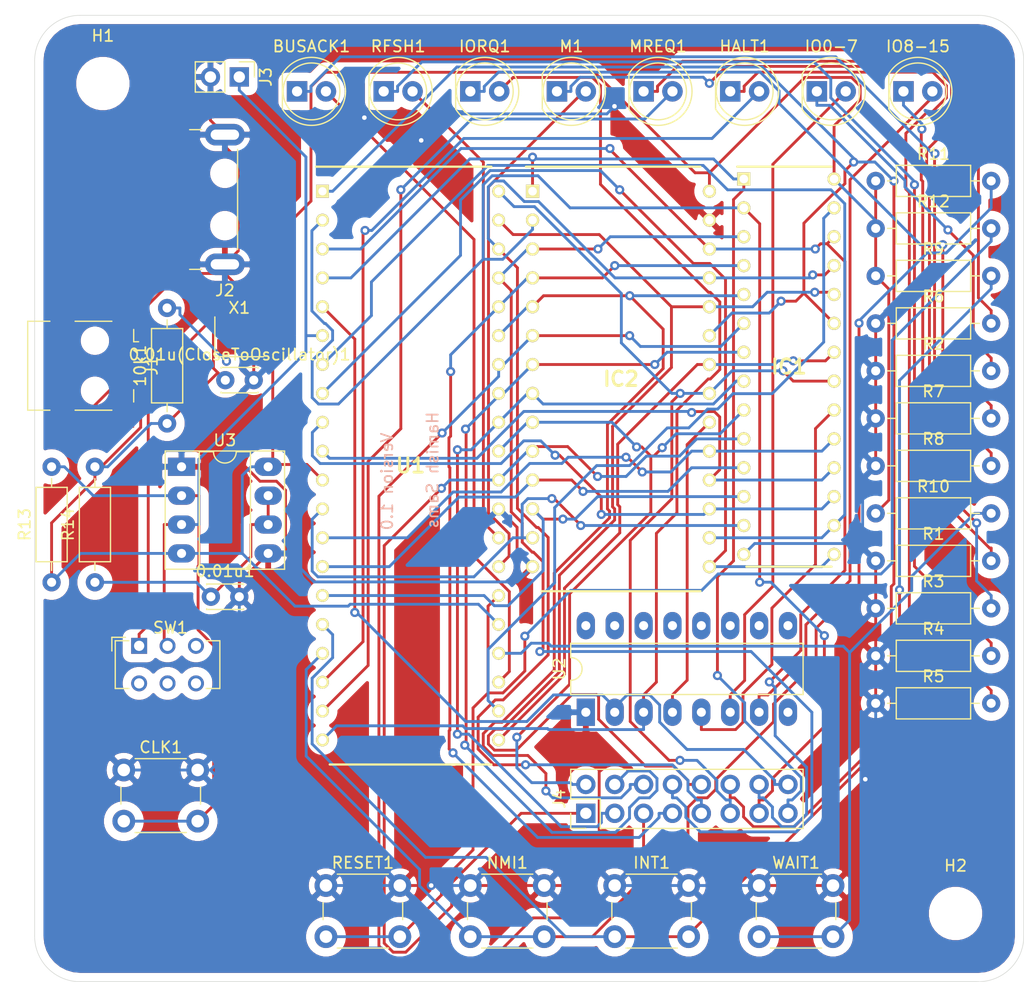
<source format=kicad_pcb>
(kicad_pcb (version 20171130) (host pcbnew "(5.1.0-0)")
  (layers (0 F.Cu signal) (31 B.Cu signal) (34 B.Paste user) (35 F.Paste user) (36 B.SilkS user) (37 F.SilkS user) (38 B.Mask user) (39 F.Mask user) (44 Edge.Cuts user))
  (net 0 "")
  (net 1 "Net-(IC1-Pad1)")
  (net 2 "Net-(IC1-Pad2)")
  (net 3 "Net-(IC1-Pad3)")
  (net 4 "Net-(IC1-Pad4)")
  (net 5 "Net-(IC1-Pad5)")
  (net 6 "Net-(IC1-Pad6)")
  (net 7 "Net-(IC1-Pad7)")
  (net 8 "Net-(IC1-Pad8)")
  (net 9 "Net-(IC1-Pad9)")
  (net 10 "Net-(IC1-Pad10)")
  (net 11 "Net-(IC1-Pad11)")
  (net 12 "Net-(IC1-Pad12)")
  (net 13 "Net-(IC1-Pad13)")
  (net 14 "Net-(IC1-Pad15)")
  (net 15 "Net-(IC1-Pad16)")
  (net 16 "Net-(IC1-Pad17)")
  (net 17 "Net-(IC1-Pad18)")
  (net 18 "Net-(IC1-Pad19)")
  (net 19 "Net-(IC1-Pad20)")
  (net 20 "Net-(IC1-Pad21)")
  (net 21 "Net-(IC1-Pad22)")
  (net 22 "Net-(IC1-Pad23)")
  (net 23 "Net-(IC1-Pad24)")
  (net 24 "Net-(IC1-Pad25)")
  (net 25 "Net-(IC1-Pad26)")
  (net 26 "Net-(IC1-Pad27)")
  (net 27 5V)
  (net 28 "Net-(IC2-Pad20)")
  (net 29 gnd)
  (net 30 clk)
  (net 31 "Net-(BUSACK1-Pad1)")
  (net 32 "Net-(INT1-Pad2)")
  (net 33 "Net-(IORQ1-Pad1)")
  (net 34 "Net-(MREQ1-Pad1)")
  (net 35 "Net-(R4-Pad2)")
  (net 36 BUSACK)
  (net 37 "Net-(HALT1-Pad1)")
  (net 38 HALT)
  (net 39 IO0-7)
  (net 40 IO8-15)
  (net 41 IORQ)
  (net 42 "Net-(M1-Pad1)")
  (net 43 M1)
  (net 44 MREQ)
  (net 45 RFSH)
  (net 46 "Net-(J1-Pad4)")
  (net 47 "Net-(J1-Pad3)")
  (net 48 "Net-(J1-Pad2)")
  (net 49 "Net-(J2-Pad2)")
  (net 50 "Net-(J2-Pad3)")
  (net 51 "Net-(J4-Pad16)")
  (net 52 "Net-(R10-Pad2)")
  (net 53 "Net-(R12-Pad2)")
  (net 54 "Net-(10k1-Pad2)")
  (net 55 "Net-(IO0-7-Pad1)")
  (net 56 "Net-(IO8-15-Pad1)")
  (net 57 "Net-(NMI1-Pad2)")
  (net 58 "Net-(0.01u1-Pad1)")
  (net 59 "Net-(CLK1-Pad2)")
  (net 60 "Net-(SW1-Pad1)")
  (module Capacitor_THT:C_Disc_D3.0mm_W2.0mm_P2.50mm (layer F.Cu) (at 125.77 85.09)
    (fp_text reference "0.01u(CloseToOscillator)1" (at 1.25 -2.25) (layer F.SilkS))
    (fp_text value CAP)
    (pad 1 thru_hole circle (at 0 0) (size 1.6 1.6) (drill 0.8) (layers *.Cu *.Mask) (net 27 5V))
    (pad 2 thru_hole circle (at 2.5 0) (size 1.6 1.6) (drill 0.8) (layers *.Cu *.Mask) (net 29 gnd))
  )
  (module Resistor_THT:R_Axial_DIN0207_L6.3mm_D2.5mm_P10.16mm_Horizontal (layer F.Cu) (at 120.65 88.9 90)
    (fp_text reference 10k1 (at 5.08 -2.37 90) (layer F.SilkS))
    (fp_text value R)
    (pad 1 thru_hole circle (at 0 0 90) (size 1.6 1.6) (drill 0.8) (layers *.Cu *.Mask) (net 27 5V))
    (pad 2 thru_hole oval (at 10.16 0 90) (size 1.6 1.6) (drill 0.8) (layers *.Cu *.Mask) (net 54 "Net-(10k1-Pad2)"))
  )
  (module LED_THT:LED_D5.0mm (layer F.Cu) (at 132.08 59.69)
    (fp_text reference BUSACK1 (at 1.27 -3.96) (layer F.SilkS))
    (fp_text value LED)
    (pad 2 thru_hole circle (at 2.54 0) (size 1.8 1.8) (drill 0.9) (layers *.Cu *.Mask) (net 36 BUSACK))
    (pad 1 thru_hole rect (at 0 0) (size 1.8 1.8) (drill 0.9) (layers *.Cu *.Mask) (net 31 "Net-(BUSACK1-Pad1)"))
  )
  (module LED_THT:LED_D5.0mm (layer F.Cu) (at 170.18 59.69)
    (fp_text reference HALT1 (at 1.27 -3.96) (layer F.SilkS))
    (fp_text value LED)
    (pad 1 thru_hole rect (at 0 0) (size 1.8 1.8) (drill 0.9) (layers *.Cu *.Mask) (net 37 "Net-(HALT1-Pad1)"))
    (pad 2 thru_hole circle (at 2.54 0) (size 1.8 1.8) (drill 0.9) (layers *.Cu *.Mask) (net 38 HALT))
  )
  (module 71256SA12TPG:DIP794W56P254L3467H457Q28N (layer F.Cu) (at 175.345 83.905)
    (fp_text reference IC1 (at 0 0) (layer F.SilkS) (effects (font (size 1.27 1.27) (thickness 0.254))))
    (fp_text value 71256SA12TPG hide)
    (pad 1 thru_hole rect (at -3.97 -16.51 90) (size 1.16 1.16) (drill 0.76) (layers *.Cu *.Mask F.SilkS) (net 1 "Net-(IC1-Pad1)"))
    (pad 2 thru_hole circle (at -3.97 -13.97 90) (size 1.16 1.16) (drill 0.76) (layers *.Cu *.Mask F.SilkS) (net 2 "Net-(IC1-Pad2)"))
    (pad 3 thru_hole circle (at -3.97 -11.43 90) (size 1.16 1.16) (drill 0.76) (layers *.Cu *.Mask F.SilkS) (net 3 "Net-(IC1-Pad3)"))
    (pad 4 thru_hole circle (at -3.97 -8.89 90) (size 1.16 1.16) (drill 0.76) (layers *.Cu *.Mask F.SilkS) (net 4 "Net-(IC1-Pad4)"))
    (pad 5 thru_hole circle (at -3.97 -6.35 90) (size 1.16 1.16) (drill 0.76) (layers *.Cu *.Mask F.SilkS) (net 5 "Net-(IC1-Pad5)"))
    (pad 6 thru_hole circle (at -3.97 -3.81 90) (size 1.16 1.16) (drill 0.76) (layers *.Cu *.Mask F.SilkS) (net 6 "Net-(IC1-Pad6)"))
    (pad 7 thru_hole circle (at -3.97 -1.27 90) (size 1.16 1.16) (drill 0.76) (layers *.Cu *.Mask F.SilkS) (net 7 "Net-(IC1-Pad7)"))
    (pad 8 thru_hole circle (at -3.97 1.27 90) (size 1.16 1.16) (drill 0.76) (layers *.Cu *.Mask F.SilkS) (net 8 "Net-(IC1-Pad8)"))
    (pad 9 thru_hole circle (at -3.97 3.81 90) (size 1.16 1.16) (drill 0.76) (layers *.Cu *.Mask F.SilkS) (net 9 "Net-(IC1-Pad9)"))
    (pad 10 thru_hole circle (at -3.97 6.35 90) (size 1.16 1.16) (drill 0.76) (layers *.Cu *.Mask F.SilkS) (net 10 "Net-(IC1-Pad10)"))
    (pad 11 thru_hole circle (at -3.97 8.89 90) (size 1.16 1.16) (drill 0.76) (layers *.Cu *.Mask F.SilkS) (net 11 "Net-(IC1-Pad11)"))
    (pad 12 thru_hole circle (at -3.97 11.43 90) (size 1.16 1.16) (drill 0.76) (layers *.Cu *.Mask F.SilkS) (net 12 "Net-(IC1-Pad12)"))
    (pad 13 thru_hole circle (at -3.97 13.97 90) (size 1.16 1.16) (drill 0.76) (layers *.Cu *.Mask F.SilkS) (net 13 "Net-(IC1-Pad13)"))
    (pad 14 thru_hole circle (at -3.97 16.51 90) (size 1.16 1.16) (drill 0.76) (layers *.Cu *.Mask F.SilkS) (net 29 gnd))
    (pad 15 thru_hole circle (at 3.97 16.51 90) (size 1.16 1.16) (drill 0.76) (layers *.Cu *.Mask F.SilkS) (net 14 "Net-(IC1-Pad15)"))
    (pad 16 thru_hole circle (at 3.97 13.97 90) (size 1.16 1.16) (drill 0.76) (layers *.Cu *.Mask F.SilkS) (net 15 "Net-(IC1-Pad16)"))
    (pad 17 thru_hole circle (at 3.97 11.43 90) (size 1.16 1.16) (drill 0.76) (layers *.Cu *.Mask F.SilkS) (net 16 "Net-(IC1-Pad17)"))
    (pad 18 thru_hole circle (at 3.97 8.89 90) (size 1.16 1.16) (drill 0.76) (layers *.Cu *.Mask F.SilkS) (net 17 "Net-(IC1-Pad18)"))
    (pad 19 thru_hole circle (at 3.97 6.35 90) (size 1.16 1.16) (drill 0.76) (layers *.Cu *.Mask F.SilkS) (net 18 "Net-(IC1-Pad19)"))
    (pad 20 thru_hole circle (at 3.97 3.81 90) (size 1.16 1.16) (drill 0.76) (layers *.Cu *.Mask F.SilkS) (net 19 "Net-(IC1-Pad20)"))
    (pad 21 thru_hole circle (at 3.97 1.27 90) (size 1.16 1.16) (drill 0.76) (layers *.Cu *.Mask F.SilkS) (net 20 "Net-(IC1-Pad21)"))
    (pad 22 thru_hole circle (at 3.97 -1.27 90) (size 1.16 1.16) (drill 0.76) (layers *.Cu *.Mask F.SilkS) (net 21 "Net-(IC1-Pad22)"))
    (pad 23 thru_hole circle (at 3.97 -3.81 90) (size 1.16 1.16) (drill 0.76) (layers *.Cu *.Mask F.SilkS) (net 22 "Net-(IC1-Pad23)"))
    (pad 24 thru_hole circle (at 3.97 -6.35 90) (size 1.16 1.16) (drill 0.76) (layers *.Cu *.Mask F.SilkS) (net 23 "Net-(IC1-Pad24)"))
    (pad 25 thru_hole circle (at 3.97 -8.89 90) (size 1.16 1.16) (drill 0.76) (layers *.Cu *.Mask F.SilkS) (net 24 "Net-(IC1-Pad25)"))
    (pad 26 thru_hole circle (at 3.97 -11.43 90) (size 1.16 1.16) (drill 0.76) (layers *.Cu *.Mask F.SilkS) (net 25 "Net-(IC1-Pad26)"))
    (pad 27 thru_hole circle (at 3.97 -13.97 90) (size 1.16 1.16) (drill 0.76) (layers *.Cu *.Mask F.SilkS) (net 26 "Net-(IC1-Pad27)"))
    (pad 28 thru_hole circle (at 3.97 -16.51 90) (size 1.16 1.16) (drill 0.76) (layers *.Cu *.Mask F.SilkS) (net 27 5V))
  )
  (module AT28C64B-15PU:DIP1556W56P254L3702H483Q28N (layer F.Cu) (at 160.572 84.984)
    (fp_text reference IC2 (at 0 0) (layer F.SilkS) (effects (font (size 1.27 1.27) (thickness 0.254))))
    (fp_text value AT28C64B-15PU hide)
    (pad 1 thru_hole rect (at -7.779 -16.51 90) (size 1.159 1.159) (drill 0.759) (layers *.Cu *.Mask F.SilkS) (net 1 "Net-(IC1-Pad1)"))
    (pad 2 thru_hole circle (at -7.779 -13.97 90) (size 1.159 1.159) (drill 0.759) (layers *.Cu *.Mask F.SilkS) (net 2 "Net-(IC1-Pad2)"))
    (pad 3 thru_hole circle (at -7.779 -11.43 90) (size 1.159 1.159) (drill 0.759) (layers *.Cu *.Mask F.SilkS) (net 3 "Net-(IC1-Pad3)"))
    (pad 4 thru_hole circle (at -7.779 -8.89 90) (size 1.159 1.159) (drill 0.759) (layers *.Cu *.Mask F.SilkS) (net 4 "Net-(IC1-Pad4)"))
    (pad 5 thru_hole circle (at -7.779 -6.35 90) (size 1.159 1.159) (drill 0.759) (layers *.Cu *.Mask F.SilkS) (net 5 "Net-(IC1-Pad5)"))
    (pad 6 thru_hole circle (at -7.779 -3.81 90) (size 1.159 1.159) (drill 0.759) (layers *.Cu *.Mask F.SilkS) (net 6 "Net-(IC1-Pad6)"))
    (pad 7 thru_hole circle (at -7.779 -1.27 90) (size 1.159 1.159) (drill 0.759) (layers *.Cu *.Mask F.SilkS) (net 7 "Net-(IC1-Pad7)"))
    (pad 8 thru_hole circle (at -7.779 1.27 90) (size 1.159 1.159) (drill 0.759) (layers *.Cu *.Mask F.SilkS) (net 8 "Net-(IC1-Pad8)"))
    (pad 9 thru_hole circle (at -7.779 3.81 90) (size 1.159 1.159) (drill 0.759) (layers *.Cu *.Mask F.SilkS) (net 9 "Net-(IC1-Pad9)"))
    (pad 10 thru_hole circle (at -7.779 6.35 90) (size 1.159 1.159) (drill 0.759) (layers *.Cu *.Mask F.SilkS) (net 10 "Net-(IC1-Pad10)"))
    (pad 11 thru_hole circle (at -7.779 8.89 90) (size 1.159 1.159) (drill 0.759) (layers *.Cu *.Mask F.SilkS) (net 11 "Net-(IC1-Pad11)"))
    (pad 12 thru_hole circle (at -7.779 11.43 90) (size 1.159 1.159) (drill 0.759) (layers *.Cu *.Mask F.SilkS) (net 12 "Net-(IC1-Pad12)"))
    (pad 13 thru_hole circle (at -7.779 13.97 90) (size 1.159 1.159) (drill 0.759) (layers *.Cu *.Mask F.SilkS) (net 13 "Net-(IC1-Pad13)"))
    (pad 14 thru_hole circle (at -7.779 16.51 90) (size 1.159 1.159) (drill 0.759) (layers *.Cu *.Mask F.SilkS) (net 29 gnd))
    (pad 15 thru_hole circle (at 7.779 16.51 90) (size 1.159 1.159) (drill 0.759) (layers *.Cu *.Mask F.SilkS) (net 14 "Net-(IC1-Pad15)"))
    (pad 16 thru_hole circle (at 7.779 13.97 90) (size 1.159 1.159) (drill 0.759) (layers *.Cu *.Mask F.SilkS) (net 15 "Net-(IC1-Pad16)"))
    (pad 17 thru_hole circle (at 7.779 11.43 90) (size 1.159 1.159) (drill 0.759) (layers *.Cu *.Mask F.SilkS) (net 16 "Net-(IC1-Pad17)"))
    (pad 18 thru_hole circle (at 7.779 8.89 90) (size 1.159 1.159) (drill 0.759) (layers *.Cu *.Mask F.SilkS) (net 17 "Net-(IC1-Pad18)"))
    (pad 19 thru_hole circle (at 7.779 6.35 90) (size 1.159 1.159) (drill 0.759) (layers *.Cu *.Mask F.SilkS) (net 18 "Net-(IC1-Pad19)"))
    (pad 20 thru_hole circle (at 7.779 3.81 90) (size 1.159 1.159) (drill 0.759) (layers *.Cu *.Mask F.SilkS) (net 28 "Net-(IC2-Pad20)"))
    (pad 21 thru_hole circle (at 7.779 1.27 90) (size 1.159 1.159) (drill 0.759) (layers *.Cu *.Mask F.SilkS) (net 20 "Net-(IC1-Pad21)"))
    (pad 22 thru_hole circle (at 7.779 -1.27 90) (size 1.159 1.159) (drill 0.759) (layers *.Cu *.Mask F.SilkS) (net 21 "Net-(IC1-Pad22)"))
    (pad 23 thru_hole circle (at 7.779 -3.81 90) (size 1.159 1.159) (drill 0.759) (layers *.Cu *.Mask F.SilkS) (net 22 "Net-(IC1-Pad23)"))
    (pad 24 thru_hole circle (at 7.779 -6.35 90) (size 1.159 1.159) (drill 0.759) (layers *.Cu *.Mask F.SilkS) (net 23 "Net-(IC1-Pad24)"))
    (pad 25 thru_hole circle (at 7.779 -8.89 90) (size 1.159 1.159) (drill 0.759) (layers *.Cu *.Mask F.SilkS) (net 24 "Net-(IC1-Pad25)"))
    (pad 26 thru_hole circle (at 7.779 -11.43 90) (size 1.159 1.159) (drill 0.759) (layers *.Cu *.Mask F.SilkS) (net 25 "Net-(IC1-Pad26)"))
    (pad 27 thru_hole circle (at 7.779 -13.97 90) (size 1.159 1.159) (drill 0.759) (layers *.Cu *.Mask F.SilkS) (net 29 gnd))
    (pad 28 thru_hole circle (at 7.779 -16.51 90) (size 1.159 1.159) (drill 0.759) (layers *.Cu *.Mask F.SilkS) (net 27 5V))
  )
  (module Button_Switch_THT:SW_PUSH_6mm (layer F.Cu) (at 160.02 129.54)
    (fp_text reference INT1 (at 3.25 -2) (layer F.SilkS))
    (fp_text value sw2)
    (pad 1 thru_hole circle (at 6.5 0 90) (size 2 2) (drill 1.1) (layers *.Cu *.Mask) (net 29 gnd))
    (pad 2 thru_hole circle (at 6.5 4.5 90) (size 2 2) (drill 1.1) (layers *.Cu *.Mask) (net 32 "Net-(INT1-Pad2)"))
    (pad 1 thru_hole circle (at 0 0 90) (size 2 2) (drill 1.1) (layers *.Cu *.Mask) (net 29 gnd))
    (pad 2 thru_hole circle (at 0 4.5 90) (size 2 2) (drill 1.1) (layers *.Cu *.Mask) (net 32 "Net-(INT1-Pad2)"))
  )
  (module LED_THT:LED_D5.0mm (layer F.Cu) (at 177.8 59.69)
    (fp_text reference IO0-7 (at 1.27 -3.96) (layer F.SilkS))
    (fp_text value LED)
    (pad 2 thru_hole circle (at 2.54 0) (size 1.8 1.8) (drill 0.9) (layers *.Cu *.Mask) (net 39 IO0-7))
    (pad 1 thru_hole rect (at 0 0) (size 1.8 1.8) (drill 0.9) (layers *.Cu *.Mask) (net 55 "Net-(IO0-7-Pad1)"))
  )
  (module LED_THT:LED_D5.0mm (layer F.Cu) (at 185.42 59.69)
    (fp_text reference IO8-15 (at 1.27 -3.96) (layer F.SilkS))
    (fp_text value LED)
    (pad 1 thru_hole rect (at 0 0) (size 1.8 1.8) (drill 0.9) (layers *.Cu *.Mask) (net 56 "Net-(IO8-15-Pad1)"))
    (pad 2 thru_hole circle (at 2.54 0) (size 1.8 1.8) (drill 0.9) (layers *.Cu *.Mask) (net 40 IO8-15))
  )
  (module LED_THT:LED_D5.0mm (layer F.Cu) (at 147.32 59.69)
    (fp_text reference IORQ1 (at 1.27 -3.96) (layer F.SilkS))
    (fp_text value LED)
    (pad 2 thru_hole circle (at 2.54 0) (size 1.8 1.8) (drill 0.9) (layers *.Cu *.Mask) (net 41 IORQ))
    (pad 1 thru_hole rect (at 0 0) (size 1.8 1.8) (drill 0.9) (layers *.Cu *.Mask) (net 33 "Net-(IORQ1-Pad1)"))
  )
  (module Connector_USB:USB_Mini-B_Lumberg_2486_01_Horizontal (layer F.Cu) (at 114.3 83.82 270)
    (fp_text reference J1 (at 0 -5 270) (layer F.SilkS))
    (fp_text value USB_B_Mini)
    (pad 1 smd rect (at -1.6 -2.7 270) (size 0.5 2) (layers F.Cu F.Paste F.Mask) (net 27 5V))
    (pad 2 smd rect (at -0.8 -2.7 270) (size 0.5 2) (layers F.Cu F.Paste F.Mask) (net 48 "Net-(J1-Pad2)"))
    (pad 3 smd rect (at 0 -2.7 270) (size 0.5 2) (layers F.Cu F.Paste F.Mask) (net 47 "Net-(J1-Pad3)"))
    (pad 4 smd rect (at 0.8 -2.7 270) (size 0.5 2) (layers F.Cu F.Paste F.Mask) (net 46 "Net-(J1-Pad4)"))
    (pad 5 smd rect (at 1.6 -2.7 270) (size 0.5 2) (layers F.Cu F.Paste F.Mask) (net 29 gnd))
    (pad 6 smd rect (at -4.45 -2.6 270) (size 2 1.7) (layers F.Cu F.Paste F.Mask) (net 29 gnd))
    (pad 6 smd rect (at -4.45 2.85 270) (size 2 1.7) (layers F.Cu F.Paste F.Mask) (net 29 gnd))
    (pad 6 smd rect (at 4.45 -2.6 270) (size 2 1.7) (layers F.Cu F.Paste F.Mask) (net 29 gnd))
    (pad 6 smd rect (at 4.45 2.85 270) (size 2 1.7) (layers F.Cu F.Paste F.Mask) (net 29 gnd))
    (pad "" np_thru_hole circle (at -2.2 0 270) (size 1 1) (drill 1) (layers *.Cu *.Mask))
    (pad "" np_thru_hole circle (at 2.2 0 270) (size 1 1) (drill 1) (layers *.Cu *.Mask))
  )
  (module Connector_USB:USB_A_CNCTech_1001-011-01101_Horizontal (layer F.Cu) (at 118.83 69.2 180)
    (fp_text reference J2 (at -6.9 -8 180) (layer F.SilkS))
    (fp_text value USB_A)
    (pad 2 smd rect (at -9.65 -1 180) (size 2.5 1.1) (layers F.Cu F.Paste F.Mask) (net 49 "Net-(J2-Pad2)"))
    (pad 3 smd rect (at -9.65 1 180) (size 2.5 1.1) (layers F.Cu F.Paste F.Mask) (net 50 "Net-(J2-Pad3)"))
    (pad 1 smd rect (at -9.65 -3.5 180) (size 2.5 1.1) (layers F.Cu F.Paste F.Mask) (net 27 5V))
    (pad 4 smd rect (at -9.65 3.5 180) (size 2.5 1.1) (layers F.Cu F.Paste F.Mask) (net 29 gnd))
    (pad 5 thru_hole oval (at -6.9 -5.7 180) (size 3.5 1.9) (drill oval 2.5 0.9) (layers *.Cu *.Mask) (net 29 gnd))
    (pad 5 thru_hole oval (at -6.9 5.7 180) (size 3.5 1.9) (drill oval 2.5 0.9) (layers *.Cu *.Mask) (net 29 gnd))
    (pad "" np_thru_hole circle (at -6.9 -2.3 180) (size 1.1 1.1) (drill 1.1) (layers *.Cu *.Mask))
    (pad "" np_thru_hole circle (at -6.9 2.3 180) (size 1.1 1.1) (drill 1.1) (layers *.Cu *.Mask))
  )
  (module Connector_PinHeader_2.54mm:PinHeader_1x02_P2.54mm_Vertical (layer F.Cu) (at 127 58.42 270)
    (fp_text reference J3 (at 0 -2.33 270) (layer F.SilkS))
    (fp_text value Conn_01x02_Male)
    (pad 1 thru_hole rect (at 0 0 270) (size 1.7 1.7) (drill 1) (layers *.Cu *.Mask) (net 30 clk))
    (pad 2 thru_hole oval (at 0 2.54 270) (size 1.7 1.7) (drill 1) (layers *.Cu *.Mask) (net 29 gnd))
  )
  (module Connector_PinHeader_2.54mm:PinHeader_2x08_P2.54mm_Vertical (layer F.Cu) (at 157.48 123.19 90)
    (fp_text reference J4 (at 1.27 -2.33 90) (layer F.SilkS))
    (fp_text value Conn_02x08_Top_Bottom)
    (pad 1 thru_hole rect (at 0 0 90) (size 1.7 1.7) (drill 1) (layers *.Cu *.Mask) (net 10 "Net-(IC1-Pad10)"))
    (pad 2 thru_hole oval (at 2.54 0 90) (size 1.7 1.7) (drill 1) (layers *.Cu *.Mask) (net 9 "Net-(IC1-Pad9)"))
    (pad 3 thru_hole oval (at 0 2.54 90) (size 1.7 1.7) (drill 1) (layers *.Cu *.Mask) (net 8 "Net-(IC1-Pad8)"))
    (pad 4 thru_hole oval (at 2.54 2.54 90) (size 1.7 1.7) (drill 1) (layers *.Cu *.Mask) (net 7 "Net-(IC1-Pad7)"))
    (pad 5 thru_hole oval (at 0 5.08 90) (size 1.7 1.7) (drill 1) (layers *.Cu *.Mask) (net 6 "Net-(IC1-Pad6)"))
    (pad 6 thru_hole oval (at 2.54 5.08 90) (size 1.7 1.7) (drill 1) (layers *.Cu *.Mask) (net 5 "Net-(IC1-Pad5)"))
    (pad 7 thru_hole oval (at 0 7.62 90) (size 1.7 1.7) (drill 1) (layers *.Cu *.Mask) (net 4 "Net-(IC1-Pad4)"))
    (pad 8 thru_hole oval (at 2.54 7.62 90) (size 1.7 1.7) (drill 1) (layers *.Cu *.Mask) (net 3 "Net-(IC1-Pad3)"))
    (pad 9 thru_hole oval (at 0 10.16 90) (size 1.7 1.7) (drill 1) (layers *.Cu *.Mask) (net 24 "Net-(IC1-Pad25)"))
    (pad 10 thru_hole oval (at 2.54 10.16 90) (size 1.7 1.7) (drill 1) (layers *.Cu *.Mask) (net 23 "Net-(IC1-Pad24)"))
    (pad 11 thru_hole oval (at 0 12.7 90) (size 1.7 1.7) (drill 1) (layers *.Cu *.Mask) (net 20 "Net-(IC1-Pad21)"))
    (pad 12 thru_hole oval (at 2.54 12.7 90) (size 1.7 1.7) (drill 1) (layers *.Cu *.Mask) (net 22 "Net-(IC1-Pad23)"))
    (pad 13 thru_hole oval (at 0 15.24 90) (size 1.7 1.7) (drill 1) (layers *.Cu *.Mask) (net 2 "Net-(IC1-Pad2)"))
    (pad 14 thru_hole oval (at 2.54 15.24 90) (size 1.7 1.7) (drill 1) (layers *.Cu *.Mask) (net 25 "Net-(IC1-Pad26)"))
    (pad 15 thru_hole oval (at 0 17.78 90) (size 1.7 1.7) (drill 1) (layers *.Cu *.Mask) (net 1 "Net-(IC1-Pad1)"))
    (pad 16 thru_hole oval (at 2.54 17.78 90) (size 1.7 1.7) (drill 1) (layers *.Cu *.Mask) (net 51 "Net-(J4-Pad16)"))
  )
  (module LED_THT:LED_D5.0mm (layer F.Cu) (at 154.94 59.69)
    (fp_text reference M1 (at 1.27 -3.96) (layer F.SilkS))
    (fp_text value LED)
    (pad 1 thru_hole rect (at 0 0) (size 1.8 1.8) (drill 0.9) (layers *.Cu *.Mask) (net 42 "Net-(M1-Pad1)"))
    (pad 2 thru_hole circle (at 2.54 0) (size 1.8 1.8) (drill 0.9) (layers *.Cu *.Mask) (net 43 M1))
  )
  (module LED_THT:LED_D5.0mm (layer F.Cu) (at 162.56 59.69)
    (fp_text reference MREQ1 (at 1.27 -3.96) (layer F.SilkS))
    (fp_text value LED)
    (pad 1 thru_hole rect (at 0 0) (size 1.8 1.8) (drill 0.9) (layers *.Cu *.Mask) (net 34 "Net-(MREQ1-Pad1)"))
    (pad 2 thru_hole circle (at 2.54 0) (size 1.8 1.8) (drill 0.9) (layers *.Cu *.Mask) (net 44 MREQ))
  )
  (module Button_Switch_THT:SW_PUSH_6mm (layer F.Cu) (at 147.32 129.54)
    (fp_text reference NMI1 (at 3.25 -2) (layer F.SilkS))
    (fp_text value sw2)
    (pad 2 thru_hole circle (at 0 4.5 90) (size 2 2) (drill 1.1) (layers *.Cu *.Mask) (net 57 "Net-(NMI1-Pad2)"))
    (pad 1 thru_hole circle (at 0 0 90) (size 2 2) (drill 1.1) (layers *.Cu *.Mask) (net 29 gnd))
    (pad 2 thru_hole circle (at 6.5 4.5 90) (size 2 2) (drill 1.1) (layers *.Cu *.Mask) (net 57 "Net-(NMI1-Pad2)"))
    (pad 1 thru_hole circle (at 6.5 0 90) (size 2 2) (drill 1.1) (layers *.Cu *.Mask) (net 29 gnd))
  )
  (module Resistor_THT:R_Axial_DIN0207_L6.3mm_D2.5mm_P10.16mm_Horizontal (layer F.Cu) (at 182.975 100.983)
    (fp_text reference R1 (at 5.08 -2.37) (layer F.SilkS))
    (fp_text value 10k)
    (pad 1 thru_hole circle (at 0 0) (size 1.6 1.6) (drill 0.8) (layers *.Cu *.Mask) (net 29 gnd))
    (pad 2 thru_hole oval (at 10.16 0) (size 1.6 1.6) (drill 0.8) (layers *.Cu *.Mask) (net 56 "Net-(IO8-15-Pad1)"))
  )
  (module Resistor_THT:R_Axial_DIN0207_L6.3mm_D2.5mm_P10.16mm_Horizontal (layer F.Cu) (at 182.975 84.2741)
    (fp_text reference R2 (at 5.08 -2.37) (layer F.SilkS))
    (fp_text value 10k)
    (pad 2 thru_hole oval (at 10.16 0) (size 1.6 1.6) (drill 0.8) (layers *.Cu *.Mask) (net 55 "Net-(IO0-7-Pad1)"))
    (pad 1 thru_hole circle (at 0 0) (size 1.6 1.6) (drill 0.8) (layers *.Cu *.Mask) (net 29 gnd))
  )
  (module Resistor_THT:R_Axial_DIN0207_L6.3mm_D2.5mm_P10.16mm_Horizontal (layer F.Cu) (at 182.975 105.16)
    (fp_text reference R3 (at 5.08 -2.37) (layer F.SilkS))
    (fp_text value 10k)
    (pad 2 thru_hole oval (at 10.16 0) (size 1.6 1.6) (drill 0.8) (layers *.Cu *.Mask) (net 42 "Net-(M1-Pad1)"))
    (pad 1 thru_hole circle (at 0 0) (size 1.6 1.6) (drill 0.8) (layers *.Cu *.Mask) (net 29 gnd))
  )
  (module Resistor_THT:R_Axial_DIN0207_L6.3mm_D2.5mm_P10.16mm_Horizontal (layer F.Cu) (at 182.975 109.338)
    (fp_text reference R4 (at 5.08 -2.37) (layer F.SilkS))
    (fp_text value 10k)
    (pad 2 thru_hole oval (at 10.16 0) (size 1.6 1.6) (drill 0.8) (layers *.Cu *.Mask) (net 35 "Net-(R4-Pad2)"))
    (pad 1 thru_hole circle (at 0 0) (size 1.6 1.6) (drill 0.8) (layers *.Cu *.Mask) (net 29 gnd))
  )
  (module Resistor_THT:R_Axial_DIN0207_L6.3mm_D2.5mm_P10.16mm_Horizontal (layer F.Cu) (at 182.975 113.515)
    (fp_text reference R5 (at 5.08 -2.37) (layer F.SilkS))
    (fp_text value 10k)
    (pad 2 thru_hole oval (at 10.16 0) (size 1.6 1.6) (drill 0.8) (layers *.Cu *.Mask) (net 37 "Net-(HALT1-Pad1)"))
    (pad 1 thru_hole circle (at 0 0) (size 1.6 1.6) (drill 0.8) (layers *.Cu *.Mask) (net 29 gnd))
  )
  (module Resistor_THT:R_Axial_DIN0207_L6.3mm_D2.5mm_P10.16mm_Horizontal (layer F.Cu) (at 182.975 80.0968)
    (fp_text reference R6 (at 5.08 -2.37) (layer F.SilkS))
    (fp_text value 10k)
    (pad 1 thru_hole circle (at 0 0) (size 1.6 1.6) (drill 0.8) (layers *.Cu *.Mask) (net 29 gnd))
    (pad 2 thru_hole oval (at 10.16 0) (size 1.6 1.6) (drill 0.8) (layers *.Cu *.Mask) (net 34 "Net-(MREQ1-Pad1)"))
  )
  (module Resistor_THT:R_Axial_DIN0207_L6.3mm_D2.5mm_P10.16mm_Horizontal (layer F.Cu) (at 182.975 88.4514)
    (fp_text reference R7 (at 5.08 -2.37) (layer F.SilkS))
    (fp_text value 10k)
    (pad 2 thru_hole oval (at 10.16 0) (size 1.6 1.6) (drill 0.8) (layers *.Cu *.Mask) (net 33 "Net-(IORQ1-Pad1)"))
    (pad 1 thru_hole circle (at 0 0) (size 1.6 1.6) (drill 0.8) (layers *.Cu *.Mask) (net 29 gnd))
  )
  (module Resistor_THT:R_Axial_DIN0207_L6.3mm_D2.5mm_P10.16mm_Horizontal (layer F.Cu) (at 182.975 92.6286)
    (fp_text reference R8 (at 5.08 -2.37) (layer F.SilkS))
    (fp_text value 10k)
    (pad 1 thru_hole circle (at 0 0) (size 1.6 1.6) (drill 0.8) (layers *.Cu *.Mask) (net 29 gnd))
    (pad 2 thru_hole oval (at 10.16 0) (size 1.6 1.6) (drill 0.8) (layers *.Cu *.Mask) (net 31 "Net-(BUSACK1-Pad1)"))
  )
  (module Resistor_THT:R_Axial_DIN0207_L6.3mm_D2.5mm_P10.16mm_Horizontal (layer F.Cu) (at 182.975 75.9195)
    (fp_text reference R9 (at 5.08 -2.37) (layer F.SilkS))
    (fp_text value 10k)
    (pad 1 thru_hole circle (at 0 0) (size 1.6 1.6) (drill 0.8) (layers *.Cu *.Mask) (net 27 5V))
    (pad 2 thru_hole oval (at 10.16 0) (size 1.6 1.6) (drill 0.8) (layers *.Cu *.Mask) (net 32 "Net-(INT1-Pad2)"))
  )
  (module Resistor_THT:R_Axial_DIN0207_L6.3mm_D2.5mm_P10.16mm_Horizontal (layer F.Cu) (at 182.975 96.8059)
    (fp_text reference R10 (at 5.08 -2.37) (layer F.SilkS))
    (fp_text value 10k)
    (pad 1 thru_hole circle (at 0 0) (size 1.6 1.6) (drill 0.8) (layers *.Cu *.Mask) (net 27 5V))
    (pad 2 thru_hole oval (at 10.16 0) (size 1.6 1.6) (drill 0.8) (layers *.Cu *.Mask) (net 52 "Net-(R10-Pad2)"))
  )
  (module Resistor_THT:R_Axial_DIN0207_L6.3mm_D2.5mm_P10.16mm_Horizontal (layer F.Cu) (at 182.975 67.565)
    (fp_text reference R11 (at 5.08 -2.37) (layer F.SilkS))
    (fp_text value 10k)
    (pad 1 thru_hole circle (at 0 0) (size 1.6 1.6) (drill 0.8) (layers *.Cu *.Mask) (net 27 5V))
    (pad 2 thru_hole oval (at 10.16 0) (size 1.6 1.6) (drill 0.8) (layers *.Cu *.Mask) (net 57 "Net-(NMI1-Pad2)"))
  )
  (module Resistor_THT:R_Axial_DIN0207_L6.3mm_D2.5mm_P10.16mm_Horizontal (layer F.Cu) (at 182.975 71.7423)
    (fp_text reference R12 (at 5.08 -2.37) (layer F.SilkS))
    (fp_text value 10k)
    (pad 2 thru_hole oval (at 10.16 0) (size 1.6 1.6) (drill 0.8) (layers *.Cu *.Mask) (net 53 "Net-(R12-Pad2)"))
    (pad 1 thru_hole circle (at 0 0) (size 1.6 1.6) (drill 0.8) (layers *.Cu *.Mask) (net 27 5V))
  )
  (module Button_Switch_THT:SW_PUSH_6mm (layer F.Cu) (at 134.62 129.54)
    (fp_text reference RESET1 (at 3.25 -2) (layer F.SilkS))
    (fp_text value SW1)
    (pad 1 thru_hole circle (at 6.5 0 90) (size 2 2) (drill 1.1) (layers *.Cu *.Mask) (net 29 gnd))
    (pad 2 thru_hole circle (at 6.5 4.5 90) (size 2 2) (drill 1.1) (layers *.Cu *.Mask) (net 53 "Net-(R12-Pad2)"))
    (pad 1 thru_hole circle (at 0 0 90) (size 2 2) (drill 1.1) (layers *.Cu *.Mask) (net 29 gnd))
    (pad 2 thru_hole circle (at 0 4.5 90) (size 2 2) (drill 1.1) (layers *.Cu *.Mask) (net 53 "Net-(R12-Pad2)"))
  )
  (module LED_THT:LED_D5.0mm (layer F.Cu) (at 139.7 59.69)
    (fp_text reference RFSH1 (at 1.27 -3.96) (layer F.SilkS))
    (fp_text value LED)
    (pad 2 thru_hole circle (at 2.54 0) (size 1.8 1.8) (drill 0.9) (layers *.Cu *.Mask) (net 45 RFSH))
    (pad 1 thru_hole rect (at 0 0) (size 1.8 1.8) (drill 0.9) (layers *.Cu *.Mask) (net 35 "Net-(R4-Pad2)"))
  )
  (module Z84C2006PEG:DIP1550W53P254L5232H508Q40N (layer F.Cu) (at 142.065 92.605)
    (fp_text reference U1 (at 0 0) (layer F.SilkS) (effects (font (size 1.27 1.27) (thickness 0.254))))
    (fp_text value Z80CPU hide)
    (pad 1 thru_hole rect (at -7.748 -24.13 90) (size 1.13 1.13) (drill 0.73) (layers *.Cu *.Mask F.SilkS) (net 22 "Net-(IC1-Pad23)"))
    (pad 2 thru_hole circle (at -7.748 -21.59 90) (size 1.13 1.13) (drill 0.73) (layers *.Cu *.Mask F.SilkS) (net 2 "Net-(IC1-Pad2)"))
    (pad 3 thru_hole circle (at -7.748 -19.05 90) (size 1.13 1.13) (drill 0.73) (layers *.Cu *.Mask F.SilkS) (net 25 "Net-(IC1-Pad26)"))
    (pad 4 thru_hole circle (at -7.748 -16.51 90) (size 1.13 1.13) (drill 0.73) (layers *.Cu *.Mask F.SilkS) (net 1 "Net-(IC1-Pad1)"))
    (pad 5 thru_hole circle (at -7.748 -13.97 90) (size 1.13 1.13) (drill 0.73) (layers *.Cu *.Mask F.SilkS) (net 51 "Net-(J4-Pad16)"))
    (pad 6 thru_hole circle (at -7.748 -11.43 90) (size 1.13 1.13) (drill 0.73) (layers *.Cu *.Mask F.SilkS) (net 30 clk))
    (pad 7 thru_hole circle (at -7.748 -8.89 90) (size 1.13 1.13) (drill 0.73) (layers *.Cu *.Mask F.SilkS) (net 15 "Net-(IC1-Pad16)"))
    (pad 8 thru_hole circle (at -7.748 -6.35 90) (size 1.13 1.13) (drill 0.73) (layers *.Cu *.Mask F.SilkS) (net 14 "Net-(IC1-Pad15)"))
    (pad 9 thru_hole circle (at -7.748 -3.81 90) (size 1.13 1.13) (drill 0.73) (layers *.Cu *.Mask F.SilkS) (net 16 "Net-(IC1-Pad17)"))
    (pad 10 thru_hole circle (at -7.748 -1.27 90) (size 1.13 1.13) (drill 0.73) (layers *.Cu *.Mask F.SilkS) (net 17 "Net-(IC1-Pad18)"))
    (pad 11 thru_hole circle (at -7.748 1.27 90) (size 1.13 1.13) (drill 0.73) (layers *.Cu *.Mask F.SilkS) (net 27 5V))
    (pad 12 thru_hole circle (at -7.748 3.81 90) (size 1.13 1.13) (drill 0.73) (layers *.Cu *.Mask F.SilkS) (net 13 "Net-(IC1-Pad13)"))
    (pad 13 thru_hole circle (at -7.748 6.35 90) (size 1.13 1.13) (drill 0.73) (layers *.Cu *.Mask F.SilkS) (net 18 "Net-(IC1-Pad19)"))
    (pad 14 thru_hole circle (at -7.748 8.89 90) (size 1.13 1.13) (drill 0.73) (layers *.Cu *.Mask F.SilkS) (net 11 "Net-(IC1-Pad11)"))
    (pad 15 thru_hole circle (at -7.748 11.43 90) (size 1.13 1.13) (drill 0.73) (layers *.Cu *.Mask F.SilkS) (net 12 "Net-(IC1-Pad12)"))
    (pad 16 thru_hole circle (at -7.748 13.97 90) (size 1.13 1.13) (drill 0.73) (layers *.Cu *.Mask F.SilkS) (net 32 "Net-(INT1-Pad2)"))
    (pad 17 thru_hole circle (at -7.748 16.51 90) (size 1.13 1.13) (drill 0.73) (layers *.Cu *.Mask F.SilkS) (net 57 "Net-(NMI1-Pad2)"))
    (pad 18 thru_hole circle (at -7.748 19.05 90) (size 1.13 1.13) (drill 0.73) (layers *.Cu *.Mask F.SilkS) (net 38 HALT))
    (pad 19 thru_hole circle (at -7.748 21.59 90) (size 1.13 1.13) (drill 0.73) (layers *.Cu *.Mask F.SilkS) (net 44 MREQ))
    (pad 20 thru_hole circle (at -7.748 24.13 90) (size 1.13 1.13) (drill 0.73) (layers *.Cu *.Mask F.SilkS) (net 41 IORQ))
    (pad 21 thru_hole circle (at 7.748 24.13 90) (size 1.13 1.13) (drill 0.73) (layers *.Cu *.Mask F.SilkS) (net 21 "Net-(IC1-Pad22)"))
    (pad 22 thru_hole circle (at 7.748 21.59 90) (size 1.13 1.13) (drill 0.73) (layers *.Cu *.Mask F.SilkS) (net 26 "Net-(IC1-Pad27)"))
    (pad 23 thru_hole circle (at 7.748 19.05 90) (size 1.13 1.13) (drill 0.73) (layers *.Cu *.Mask F.SilkS) (net 36 BUSACK))
    (pad 24 thru_hole circle (at 7.748 16.51 90) (size 1.13 1.13) (drill 0.73) (layers *.Cu *.Mask F.SilkS) (net 52 "Net-(R10-Pad2)"))
    (pad 25 thru_hole circle (at 7.748 13.97 90) (size 1.13 1.13) (drill 0.73) (layers *.Cu *.Mask F.SilkS) (net 27 5V))
    (pad 26 thru_hole circle (at 7.748 11.43 90) (size 1.13 1.13) (drill 0.73) (layers *.Cu *.Mask F.SilkS) (net 53 "Net-(R12-Pad2)"))
    (pad 27 thru_hole circle (at 7.748 8.89 90) (size 1.13 1.13) (drill 0.73) (layers *.Cu *.Mask F.SilkS) (net 43 M1))
    (pad 28 thru_hole circle (at 7.748 6.35 90) (size 1.13 1.13) (drill 0.73) (layers *.Cu *.Mask F.SilkS) (net 45 RFSH))
    (pad 29 thru_hole circle (at 7.748 3.81 90) (size 1.13 1.13) (drill 0.73) (layers *.Cu *.Mask F.SilkS) (net 29 gnd))
    (pad 30 thru_hole circle (at 7.748 1.27 90) (size 1.13 1.13) (drill 0.73) (layers *.Cu *.Mask F.SilkS) (net 10 "Net-(IC1-Pad10)"))
    (pad 31 thru_hole circle (at 7.748 -1.27 90) (size 1.13 1.13) (drill 0.73) (layers *.Cu *.Mask F.SilkS) (net 9 "Net-(IC1-Pad9)"))
    (pad 32 thru_hole circle (at 7.748 -3.81 90) (size 1.13 1.13) (drill 0.73) (layers *.Cu *.Mask F.SilkS) (net 8 "Net-(IC1-Pad8)"))
    (pad 33 thru_hole circle (at 7.748 -6.35 90) (size 1.13 1.13) (drill 0.73) (layers *.Cu *.Mask F.SilkS) (net 7 "Net-(IC1-Pad7)"))
    (pad 34 thru_hole circle (at 7.748 -8.89 90) (size 1.13 1.13) (drill 0.73) (layers *.Cu *.Mask F.SilkS) (net 6 "Net-(IC1-Pad6)"))
    (pad 35 thru_hole circle (at 7.748 -11.43 90) (size 1.13 1.13) (drill 0.73) (layers *.Cu *.Mask F.SilkS) (net 5 "Net-(IC1-Pad5)"))
    (pad 36 thru_hole circle (at 7.748 -13.97 90) (size 1.13 1.13) (drill 0.73) (layers *.Cu *.Mask F.SilkS) (net 4 "Net-(IC1-Pad4)"))
    (pad 37 thru_hole circle (at 7.748 -16.51 90) (size 1.13 1.13) (drill 0.73) (layers *.Cu *.Mask F.SilkS) (net 3 "Net-(IC1-Pad3)"))
    (pad 38 thru_hole circle (at 7.748 -19.05 90) (size 1.13 1.13) (drill 0.73) (layers *.Cu *.Mask F.SilkS) (net 24 "Net-(IC1-Pad25)"))
    (pad 39 thru_hole circle (at 7.748 -21.59 90) (size 1.13 1.13) (drill 0.73) (layers *.Cu *.Mask F.SilkS) (net 23 "Net-(IC1-Pad24)"))
    (pad 40 thru_hole circle (at 7.748 -24.13 90) (size 1.13 1.13) (drill 0.73) (layers *.Cu *.Mask F.SilkS) (net 20 "Net-(IC1-Pad21)"))
  )
  (module Package_DIP:DIP-16_W7.62mm_LongPads (layer F.Cu) (at 157.48 114.3 90)
    (fp_text reference U2 (at 3.81 -2.33 90) (layer F.SilkS))
    (fp_text value 74LS139)
    (pad 1 thru_hole rect (at 0 0 90) (size 2.4 1.6) (drill 0.8) (layers *.Cu *.Mask) (net 29 gnd))
    (pad 9 thru_hole oval (at 7.62 17.78 90) (size 2.4 1.6) (drill 0.8) (layers *.Cu *.Mask))
    (pad 2 thru_hole oval (at 0 2.54 90) (size 2.4 1.6) (drill 0.8) (layers *.Cu *.Mask) (net 51 "Net-(J4-Pad16)"))
    (pad 10 thru_hole oval (at 7.62 15.24 90) (size 2.4 1.6) (drill 0.8) (layers *.Cu *.Mask))
    (pad 3 thru_hole oval (at 0 5.08 90) (size 2.4 1.6) (drill 0.8) (layers *.Cu *.Mask) (net 41 IORQ))
    (pad 11 thru_hole oval (at 7.62 12.7 90) (size 2.4 1.6) (drill 0.8) (layers *.Cu *.Mask))
    (pad 4 thru_hole oval (at 0 7.62 90) (size 2.4 1.6) (drill 0.8) (layers *.Cu *.Mask) (net 28 "Net-(IC2-Pad20)"))
    (pad 12 thru_hole oval (at 7.62 10.16 90) (size 2.4 1.6) (drill 0.8) (layers *.Cu *.Mask))
    (pad 5 thru_hole oval (at 0 10.16 90) (size 2.4 1.6) (drill 0.8) (layers *.Cu *.Mask) (net 19 "Net-(IC1-Pad20)"))
    (pad 13 thru_hole oval (at 7.62 7.62 90) (size 2.4 1.6) (drill 0.8) (layers *.Cu *.Mask))
    (pad 6 thru_hole oval (at 0 12.7 90) (size 2.4 1.6) (drill 0.8) (layers *.Cu *.Mask) (net 39 IO0-7))
    (pad 14 thru_hole oval (at 7.62 5.08 90) (size 2.4 1.6) (drill 0.8) (layers *.Cu *.Mask))
    (pad 7 thru_hole oval (at 0 15.24 90) (size 2.4 1.6) (drill 0.8) (layers *.Cu *.Mask) (net 40 IO8-15))
    (pad 15 thru_hole oval (at 7.62 2.54 90) (size 2.4 1.6) (drill 0.8) (layers *.Cu *.Mask))
    (pad 8 thru_hole oval (at 0 17.78 90) (size 2.4 1.6) (drill 0.8) (layers *.Cu *.Mask))
    (pad 16 thru_hole oval (at 7.62 0 90) (size 2.4 1.6) (drill 0.8) (layers *.Cu *.Mask))
  )
  (module Button_Switch_THT:SW_PUSH_6mm (layer F.Cu) (at 172.72 129.54)
    (fp_text reference WAIT1 (at 3.25 -2) (layer F.SilkS))
    (fp_text value sw2)
    (pad 2 thru_hole circle (at 0 4.5 90) (size 2 2) (drill 1.1) (layers *.Cu *.Mask) (net 52 "Net-(R10-Pad2)"))
    (pad 1 thru_hole circle (at 0 0 90) (size 2 2) (drill 1.1) (layers *.Cu *.Mask) (net 29 gnd))
    (pad 2 thru_hole circle (at 6.5 4.5 90) (size 2 2) (drill 1.1) (layers *.Cu *.Mask) (net 52 "Net-(R10-Pad2)"))
    (pad 1 thru_hole circle (at 6.5 0 90) (size 2 2) (drill 1.1) (layers *.Cu *.Mask) (net 29 gnd))
  )
  (module Capacitor_THT:C_Disc_D3.0mm_W2.0mm_P2.50mm (layer F.Cu) (at 124.5 104.14)
    (fp_text reference 0.01u1 (at 1.25 -2.25) (layer F.SilkS))
    (fp_text value CAP)
    (pad 1 thru_hole circle (at 0 0) (size 1.6 1.6) (drill 0.8) (layers *.Cu *.Mask) (net 58 "Net-(0.01u1-Pad1)"))
    (pad 2 thru_hole circle (at 2.5 0) (size 1.6 1.6) (drill 0.8) (layers *.Cu *.Mask) (net 29 gnd))
  )
  (module Button_Switch_THT:SW_PUSH_6mm (layer F.Cu) (at 116.84 119.38)
    (fp_text reference CLK1 (at 3.25 -2) (layer F.SilkS))
    (fp_text value SW1)
    (pad 2 thru_hole circle (at 0 4.5 90) (size 2 2) (drill 1.1) (layers *.Cu *.Mask) (net 59 "Net-(CLK1-Pad2)"))
    (pad 1 thru_hole circle (at 0 0 90) (size 2 2) (drill 1.1) (layers *.Cu *.Mask) (net 29 gnd))
    (pad 2 thru_hole circle (at 6.5 4.5 90) (size 2 2) (drill 1.1) (layers *.Cu *.Mask) (net 59 "Net-(CLK1-Pad2)"))
    (pad 1 thru_hole circle (at 6.5 0 90) (size 2 2) (drill 1.1) (layers *.Cu *.Mask) (net 29 gnd))
  )
  (module Resistor_THT:R_Axial_DIN0207_L6.3mm_D2.5mm_P10.16mm_Horizontal (layer F.Cu) (at 110.49 102.87 90)
    (fp_text reference R13 (at 5.08 -2.37 90) (layer F.SilkS))
    (fp_text value 10k)
    (pad 2 thru_hole oval (at 10.16 0 90) (size 1.6 1.6) (drill 0.8) (layers *.Cu *.Mask) (net 59 "Net-(CLK1-Pad2)"))
    (pad 1 thru_hole circle (at 0 0 90) (size 1.6 1.6) (drill 0.8) (layers *.Cu *.Mask) (net 27 5V))
  )
  (module Resistor_THT:R_Axial_DIN0207_L6.3mm_D2.5mm_P10.16mm_Horizontal (layer F.Cu) (at 114.3 102.87 90)
    (fp_text reference R14 (at 5.08 -2.37 90) (layer F.SilkS))
    (fp_text value 10k)
    (pad 1 thru_hole circle (at 0 0 90) (size 1.6 1.6) (drill 0.8) (layers *.Cu *.Mask) (net 58 "Net-(0.01u1-Pad1)"))
    (pad 2 thru_hole oval (at 10.16 0 90) (size 1.6 1.6) (drill 0.8) (layers *.Cu *.Mask) (net 27 5V))
  )
  (module Package_DIP:DIP-8_W7.62mm_Socket_LongPads (layer F.Cu) (at 121.92 92.71)
    (fp_text reference U3 (at 3.81 -2.33) (layer F.SilkS))
    (fp_text value LM555)
    (pad 1 thru_hole rect (at 0 0) (size 2.4 1.6) (drill 0.8) (layers *.Cu *.Mask) (net 29 gnd))
    (pad 5 thru_hole oval (at 7.62 7.62) (size 2.4 1.6) (drill 0.8) (layers *.Cu *.Mask) (net 29 gnd))
    (pad 2 thru_hole oval (at 0 2.54) (size 2.4 1.6) (drill 0.8) (layers *.Cu *.Mask) (net 59 "Net-(CLK1-Pad2)"))
    (pad 6 thru_hole oval (at 7.62 5.08) (size 2.4 1.6) (drill 0.8) (layers *.Cu *.Mask) (net 58 "Net-(0.01u1-Pad1)"))
    (pad 3 thru_hole oval (at 0 5.08) (size 2.4 1.6) (drill 0.8) (layers *.Cu *.Mask) (net 30 clk))
    (pad 7 thru_hole oval (at 7.62 2.54) (size 2.4 1.6) (drill 0.8) (layers *.Cu *.Mask) (net 58 "Net-(0.01u1-Pad1)"))
    (pad 4 thru_hole oval (at 0 7.62) (size 2.4 1.6) (drill 0.8) (layers *.Cu *.Mask) (net 27 5V))
    (pad 8 thru_hole oval (at 7.62 0) (size 2.4 1.6) (drill 0.8) (layers *.Cu *.Mask) (net 27 5V))
  )
  (module Oscillator:Oscillator_SMD_SeikoEpson_SG210-4Pin_2.5x2.0mm_HandSoldering (layer F.Cu) (at 127 81.28)
    (fp_text reference X1 (at 0 -2.55) (layer F.SilkS))
    (fp_text value SG-210STF)
    (pad 1 smd rect (at -1.125 0.875) (size 1.65 1.35) (layers F.Cu F.Paste F.Mask) (net 54 "Net-(10k1-Pad2)"))
    (pad 2 smd rect (at 1.125 0.875) (size 1.65 1.35) (layers F.Cu F.Paste F.Mask) (net 29 gnd))
    (pad 3 smd rect (at 1.125 -0.875) (size 1.65 1.35) (layers F.Cu F.Paste F.Mask) (net 60 "Net-(SW1-Pad1)"))
    (pad 4 smd rect (at -1.125 -0.875) (size 1.65 1.35) (layers F.Cu F.Paste F.Mask) (net 27 5V))
  )
  (module Button_Switch_THT:SW_CuK_JS202011CQN_DPDT_Straight (layer F.Cu) (at 118.19 108.46)
    (fp_text reference SW1 (at 2.75 -1.6) (layer F.SilkS))
    (fp_text value SW_DPST_x2)
    (pad 1 thru_hole rect (at 0 0) (size 1.4 1.4) (drill 0.9) (layers *.Cu *.Mask) (net 60 "Net-(SW1-Pad1)"))
    (pad 2 thru_hole circle (at 2.5 0) (size 1.4 1.4) (drill 0.9) (layers *.Cu *.Mask) (net 30 clk))
    (pad 3 thru_hole circle (at 5 0) (size 1.4 1.4) (drill 0.9) (layers *.Cu *.Mask))
    (pad 4 thru_hole circle (at 0 3.3) (size 1.4 1.4) (drill 0.9) (layers *.Cu *.Mask))
    (pad 5 thru_hole circle (at 2.5 3.3) (size 1.4 1.4) (drill 0.9) (layers *.Cu *.Mask))
    (pad 6 thru_hole circle (at 5 3.3) (size 1.4 1.4) (drill 0.9) (layers *.Cu *.Mask))
  )
  (module MountingHole:MountingHole_3.2mm_M3 (layer F.Cu) (at 115 59)
    (fp_text reference H1 (at 0 -4.2) (layer F.SilkS))
    (fp_text value MountingHole)
    (pad 1 np_thru_hole circle (at 0 0) (size 3.2 3.2) (drill 3.2) (layers *.Cu *.Mask))
  )
  (module MountingHole:MountingHole_3.2mm_M3 (layer F.Cu) (at 190 132)
    (fp_text reference H2 (at 0 -4.2) (layer F.SilkS))
    (fp_text value MountingHole)
    (pad 1 np_thru_hole circle (at 0 0) (size 3.2 3.2) (drill 3.2) (layers *.Cu *.Mask))
  )
  (gr_text "Hamish Sams" (at 144 93 90) (layer B.SilkS) (effects (font (size 1 1)) (justify mirror)))
  (gr_text "Version 1.0" (at 140 94 90) (layer B.SilkS) (effects (font (size 1 1)) (justify mirror)))
  (gr_line (start 113 53) (end 192 53) (layer Edge.Cuts) (width 0.05))
  (gr_line (start 109 134) (end 109 57) (layer Edge.Cuts) (width 0.05))
  (gr_line (start 192 138) (end 113 138) (layer Edge.Cuts) (width 0.05))
  (gr_line (start 196 57) (end 196 134) (layer Edge.Cuts) (width 0.05))
  (gr_arc (start 113 134) (end 109 134) (angle -90) (layer Edge.Cuts) (width 0.05))
  (gr_arc (start 192 134) (end 192 138) (angle -90) (layer Edge.Cuts) (width 0.05))
  (gr_arc (start 192 57) (end 196 57) (angle -90) (layer Edge.Cuts) (width 0.05))
  (gr_arc (start 113 57) (end 113 53) (angle -90) (layer Edge.Cuts) (width 0.05))
  (segment (start 171.375 68.3003) (end 170.4697 69.2056) (width 0.25) (layer F.Cu) (net 1))
  (segment (start 170.4697 69.2056) (end 170.4697 100.9838) (width 0.25) (layer F.Cu) (net 1))
  (segment (start 170.4697 100.9838) (end 169.0546 102.3989) (width 0.25) (layer F.Cu) (net 1))
  (segment (start 169.0546 102.3989) (end 169.0546 111.0724) (width 0.25) (layer F.Cu) (net 1))
  (segment (start 175.26 122.0147) (end 175.6274 122.0147) (width 0.25) (layer B.Cu) (net 1))
  (segment (start 175.6274 122.0147) (end 176.4353 121.2068) (width 0.25) (layer B.Cu) (net 1))
  (segment (start 176.4353 121.2068) (end 176.4353 120.0558) (width 0.25) (layer B.Cu) (net 1))
  (segment (start 176.4353 120.0558) (end 171.45 115.0705) (width 0.25) (layer B.Cu) (net 1))
  (segment (start 171.45 115.0705) (end 171.45 113.4678) (width 0.25) (layer B.Cu) (net 1))
  (segment (start 171.45 113.4678) (end 169.0546 111.0724) (width 0.25) (layer B.Cu) (net 1))
  (segment (start 175.26 123.19) (end 175.26 122.0147) (width 0.25) (layer B.Cu) (net 1))
  (segment (start 171.375 67.395) (end 171.375 68.3003) (width 0.25) (layer F.Cu) (net 1))
  (segment (start 152.793 65.632) (end 147.2797 65.632) (width 0.25) (layer B.Cu) (net 1))
  (segment (start 147.2797 65.632) (end 136.8167 76.095) (width 0.25) (layer B.Cu) (net 1))
  (segment (start 136.8167 76.095) (end 134.317 76.095) (width 0.25) (layer B.Cu) (net 1))
  (segment (start 170.4697 67.395) (end 168.7067 65.632) (width 0.25) (layer B.Cu) (net 1))
  (segment (start 168.7067 65.632) (end 152.793 65.632) (width 0.25) (layer B.Cu) (net 1))
  (segment (start 152.793 65.632) (end 152.793 65.4768) (width 0.25) (layer B.Cu) (net 1))
  (segment (start 152.793 68.474) (end 152.793 65.4768) (width 0.25) (layer F.Cu) (net 1))
  (segment (start 171.375 67.395) (end 170.4697 67.395) (width 0.25) (layer B.Cu) (net 1))
  (via (at 169.0546 111.0724) (size 0.8) (layers F.Cu B.Cu) (net 1))
  (via (at 152.793 65.4768) (size 0.8) (layers F.Cu B.Cu) (net 1))
  (segment (start 148.4503 74.4584) (end 148.4503 67.9073) (width 0.25) (layer B.Cu) (net 2))
  (segment (start 148.4503 67.9073) (end 149.2461 67.1115) (width 0.25) (layer B.Cu) (net 2))
  (segment (start 149.2461 67.1115) (end 153.2734 67.1115) (width 0.25) (layer B.Cu) (net 2))
  (segment (start 153.2734 67.1115) (end 156.0969 69.935) (width 0.25) (layer B.Cu) (net 2))
  (segment (start 156.0969 69.935) (end 171.375 69.935) (width 0.25) (layer B.Cu) (net 2))
  (segment (start 172.72 122.0147) (end 173.0874 122.0147) (width 0.25) (layer F.Cu) (net 2))
  (segment (start 173.0874 122.0147) (end 173.8953 121.2068) (width 0.25) (layer F.Cu) (net 2))
  (segment (start 173.8953 121.2068) (end 173.8953 120.1145) (width 0.25) (layer F.Cu) (net 2))
  (segment (start 173.8953 120.1145) (end 178.4618 115.548) (width 0.25) (layer F.Cu) (net 2))
  (segment (start 178.4618 115.548) (end 178.4618 107.564) (width 0.25) (layer F.Cu) (net 2))
  (segment (start 172.7726 102.8593) (end 173.7571 102.8593) (width 0.25) (layer B.Cu) (net 2))
  (segment (start 173.7571 102.8593) (end 178.4618 107.564) (width 0.25) (layer B.Cu) (net 2))
  (segment (start 172.72 123.19) (end 172.72 122.0147) (width 0.25) (layer F.Cu) (net 2))
  (segment (start 171.375 69.935) (end 172.7726 71.3326) (width 0.25) (layer F.Cu) (net 2))
  (segment (start 172.7726 71.3326) (end 172.7726 102.8593) (width 0.25) (layer F.Cu) (net 2))
  (segment (start 148.4503 74.4584) (end 150.1689 74.4584) (width 0.25) (layer B.Cu) (net 2))
  (segment (start 150.1689 74.4584) (end 152.793 71.8343) (width 0.25) (layer B.Cu) (net 2))
  (segment (start 152.793 71.8343) (end 152.793 71.014) (width 0.25) (layer B.Cu) (net 2))
  (segment (start 134.317 71.015) (end 133.384 71.948) (width 0.25) (layer B.Cu) (net 2))
  (segment (start 133.384 71.948) (end 133.384 78.998) (width 0.25) (layer B.Cu) (net 2))
  (segment (start 133.384 78.998) (end 134.4992 80.1132) (width 0.25) (layer B.Cu) (net 2))
  (segment (start 134.4992 80.1132) (end 134.5878 80.1132) (width 0.25) (layer B.Cu) (net 2))
  (segment (start 134.5878 80.1132) (end 135.2074 80.7328) (width 0.25) (layer B.Cu) (net 2))
  (segment (start 135.2074 80.7328) (end 135.2074 81.5653) (width 0.25) (layer B.Cu) (net 2))
  (segment (start 135.2074 81.5653) (end 133.4114 83.3613) (width 0.25) (layer B.Cu) (net 2))
  (segment (start 133.4114 83.3613) (end 133.4114 86.6301) (width 0.25) (layer B.Cu) (net 2))
  (segment (start 133.4114 86.6301) (end 133.9707 87.1894) (width 0.25) (layer B.Cu) (net 2))
  (segment (start 133.9707 87.1894) (end 135.7193 87.1894) (width 0.25) (layer B.Cu) (net 2))
  (segment (start 135.7193 87.1894) (end 148.4503 74.4584) (width 0.25) (layer B.Cu) (net 2))
  (via (at 178.4618 107.564) (size 0.8) (layers F.Cu B.Cu) (net 2))
  (via (at 172.7726 102.8593) (size 0.8) (layers F.Cu B.Cu) (net 2))
  (segment (start 149.813 76.095) (end 152.354 73.554) (width 0.25) (layer B.Cu) (net 3))
  (segment (start 152.354 73.554) (end 152.793 73.554) (width 0.25) (layer B.Cu) (net 3))
  (segment (start 149.813 76.095) (end 150.9188 77.2008) (width 0.25) (layer F.Cu) (net 3))
  (segment (start 150.9188 77.2008) (end 150.9188 96.6784) (width 0.25) (layer F.Cu) (net 3))
  (segment (start 150.9188 96.6784) (end 151.8881 97.6477) (width 0.25) (layer F.Cu) (net 3))
  (segment (start 151.8881 97.6477) (end 151.8881 99.3458) (width 0.25) (layer F.Cu) (net 3))
  (segment (start 151.8881 99.3458) (end 152.7663 100.224) (width 0.25) (layer F.Cu) (net 3))
  (segment (start 152.7663 100.224) (end 152.8829 100.224) (width 0.25) (layer F.Cu) (net 3))
  (segment (start 152.8829 100.224) (end 153.7181 101.0592) (width 0.25) (layer F.Cu) (net 3))
  (segment (start 153.7181 101.0592) (end 153.7181 108.6789) (width 0.25) (layer F.Cu) (net 3))
  (segment (start 153.7181 108.6789) (end 153.4389 108.9581) (width 0.25) (layer F.Cu) (net 3))
  (segment (start 153.4389 108.9581) (end 172.0155 108.9581) (width 0.25) (layer B.Cu) (net 3))
  (segment (start 172.0155 108.9581) (end 177.3606 114.3032) (width 0.25) (layer B.Cu) (net 3))
  (segment (start 177.3606 114.3032) (end 177.3606 123.4349) (width 0.25) (layer B.Cu) (net 3))
  (segment (start 177.3606 123.4349) (end 175.976 124.8195) (width 0.25) (layer B.Cu) (net 3))
  (segment (start 175.976 124.8195) (end 167.5564 124.8195) (width 0.25) (layer B.Cu) (net 3))
  (segment (start 167.5564 124.8195) (end 166.2753 123.5384) (width 0.25) (layer B.Cu) (net 3))
  (segment (start 166.2753 123.5384) (end 166.2753 122.6332) (width 0.25) (layer B.Cu) (net 3))
  (segment (start 166.2753 122.6332) (end 165.4674 121.8253) (width 0.25) (layer B.Cu) (net 3))
  (segment (start 165.4674 121.8253) (end 165.1 121.8253) (width 0.25) (layer B.Cu) (net 3))
  (segment (start 165.1 120.65) (end 165.1 121.8253) (width 0.25) (layer B.Cu) (net 3))
  (segment (start 152.793 73.554) (end 158.5482 73.554) (width 0.25) (layer F.Cu) (net 3))
  (segment (start 171.375 72.475) (end 159.6272 72.475) (width 0.25) (layer B.Cu) (net 3))
  (segment (start 159.6272 72.475) (end 158.5482 73.554) (width 0.25) (layer B.Cu) (net 3))
  (via (at 153.4389 108.9581) (size 0.8) (layers F.Cu B.Cu) (net 3))
  (via (at 158.5482 73.554) (size 0.8) (layers F.Cu B.Cu) (net 3))
  (segment (start 145.7975 117.8711) (end 145.4607 117.5343) (width 0.25) (layer F.Cu) (net 4))
  (segment (start 145.4607 117.5343) (end 145.4607 115.9262) (width 0.25) (layer F.Cu) (net 4))
  (segment (start 145.4607 115.9262) (end 145.5208 115.8661) (width 0.25) (layer F.Cu) (net 4))
  (segment (start 145.5208 115.8661) (end 145.5208 92.7915) (width 0.25) (layer F.Cu) (net 4))
  (segment (start 145.5208 92.7915) (end 145.4399 92.7106) (width 0.25) (layer F.Cu) (net 4))
  (segment (start 145.4399 92.7106) (end 145.4399 90.1627) (width 0.25) (layer F.Cu) (net 4))
  (segment (start 145.4399 90.1627) (end 145.5896 90.013) (width 0.25) (layer F.Cu) (net 4))
  (segment (start 145.5896 90.013) (end 145.5896 84.334) (width 0.25) (layer F.Cu) (net 4))
  (segment (start 165.1 123.19) (end 163.9247 123.19) (width 0.25) (layer B.Cu) (net 4))
  (segment (start 145.7975 117.8711) (end 153.2396 125.3132) (width 0.25) (layer B.Cu) (net 4))
  (segment (start 153.2396 125.3132) (end 162.1688 125.3132) (width 0.25) (layer B.Cu) (net 4))
  (segment (start 162.1688 125.3132) (end 163.9247 123.5573) (width 0.25) (layer B.Cu) (net 4))
  (segment (start 163.9247 123.5573) (end 163.9247 123.19) (width 0.25) (layer B.Cu) (net 4))
  (segment (start 149.813 78.635) (end 145.5896 82.8584) (width 0.25) (layer B.Cu) (net 4))
  (segment (start 145.5896 82.8584) (end 145.5896 84.334) (width 0.25) (layer B.Cu) (net 4))
  (segment (start 152.793 76.094) (end 152.354 76.094) (width 0.25) (layer B.Cu) (net 4))
  (segment (start 152.354 76.094) (end 149.813 78.635) (width 0.25) (layer B.Cu) (net 4))
  (segment (start 152.793 76.094) (end 158.9456 76.094) (width 0.25) (layer F.Cu) (net 4))
  (segment (start 158.9456 76.094) (end 160.0246 75.015) (width 0.25) (layer F.Cu) (net 4))
  (segment (start 171.375 75.015) (end 160.0246 75.015) (width 0.25) (layer B.Cu) (net 4))
  (via (at 145.7975 117.8711) (size 0.8) (layers F.Cu B.Cu) (net 4))
  (via (at 145.5896 84.334) (size 0.8) (layers F.Cu B.Cu) (net 4))
  (via (at 160.0246 75.015) (size 0.8) (layers F.Cu B.Cu) (net 4))
  (segment (start 153.9683 121.2189) (end 153.9683 119.6871) (width 0.25) (layer F.Cu) (net 5))
  (segment (start 153.9683 119.6871) (end 152.3835 118.1023) (width 0.25) (layer F.Cu) (net 5))
  (segment (start 152.3835 118.1023) (end 149.2753 118.1023) (width 0.25) (layer F.Cu) (net 5))
  (segment (start 149.2753 118.1023) (end 148.4587 117.2857) (width 0.25) (layer F.Cu) (net 5))
  (segment (start 148.4587 117.2857) (end 148.4587 116.1829) (width 0.25) (layer F.Cu) (net 5))
  (segment (start 148.4587 116.1829) (end 149.4596 115.182) (width 0.25) (layer F.Cu) (net 5))
  (segment (start 149.4596 115.182) (end 150.1067 115.182) (width 0.25) (layer F.Cu) (net 5))
  (segment (start 150.1067 115.182) (end 154.7027 110.586) (width 0.25) (layer F.Cu) (net 5))
  (segment (start 154.7027 110.586) (end 154.7027 102.0642) (width 0.25) (layer F.Cu) (net 5))
  (segment (start 154.7027 102.0642) (end 159.5648 97.2021) (width 0.25) (layer F.Cu) (net 5))
  (segment (start 159.5648 97.2021) (end 159.5648 96.6011) (width 0.25) (layer F.Cu) (net 5))
  (segment (start 159.5648 96.6011) (end 159.3805 96.4168) (width 0.25) (layer F.Cu) (net 5))
  (segment (start 159.3805 96.4168) (end 159.3805 88.9679) (width 0.25) (layer F.Cu) (net 5))
  (segment (start 159.3805 88.9679) (end 164.284 84.0644) (width 0.25) (layer F.Cu) (net 5))
  (segment (start 164.284 84.0644) (end 164.284 80.6062) (width 0.25) (layer F.Cu) (net 5))
  (segment (start 164.284 80.6062) (end 161.3418 77.664) (width 0.25) (layer F.Cu) (net 5))
  (segment (start 162.56 120.65) (end 161.3847 120.65) (width 0.25) (layer B.Cu) (net 5))
  (segment (start 152.793 78.634) (end 153.763 77.664) (width 0.25) (layer F.Cu) (net 5))
  (segment (start 153.763 77.664) (end 161.3418 77.664) (width 0.25) (layer F.Cu) (net 5))
  (segment (start 153.9683 121.2189) (end 154.5747 121.8253) (width 0.25) (layer B.Cu) (net 5))
  (segment (start 154.5747 121.8253) (end 160.5768 121.8253) (width 0.25) (layer B.Cu) (net 5))
  (segment (start 160.5768 121.8253) (end 161.3847 121.0174) (width 0.25) (layer B.Cu) (net 5))
  (segment (start 161.3847 121.0174) (end 161.3847 120.65) (width 0.25) (layer B.Cu) (net 5))
  (segment (start 152.793 78.634) (end 152.354 78.634) (width 0.25) (layer B.Cu) (net 5))
  (segment (start 152.354 78.634) (end 149.813 81.175) (width 0.25) (layer B.Cu) (net 5))
  (segment (start 171.375 77.555) (end 171.266 77.664) (width 0.25) (layer B.Cu) (net 5))
  (segment (start 171.266 77.664) (end 161.3418 77.664) (width 0.25) (layer B.Cu) (net 5))
  (via (at 153.9683 121.2189) (size 0.8) (layers F.Cu B.Cu) (net 5))
  (via (at 161.3418 77.664) (size 0.8) (layers F.Cu B.Cu) (net 5))
  (segment (start 149.813 83.715) (end 149.813 84.7638) (width 0.25) (layer B.Cu) (net 6))
  (segment (start 149.813 84.7638) (end 144.839 89.7378) (width 0.25) (layer B.Cu) (net 6))
  (segment (start 152.793 81.174) (end 150.252 83.715) (width 0.25) (layer B.Cu) (net 6))
  (segment (start 150.252 83.715) (end 149.813 83.715) (width 0.25) (layer B.Cu) (net 6))
  (segment (start 144.839 89.7378) (end 139.2801 95.2967) (width 0.25) (layer F.Cu) (net 6))
  (segment (start 139.2801 95.2967) (end 139.2801 134.852) (width 0.25) (layer F.Cu) (net 6))
  (segment (start 139.2801 134.852) (end 140.3356 135.9075) (width 0.25) (layer F.Cu) (net 6))
  (segment (start 140.3356 135.9075) (end 149.327 135.9075) (width 0.25) (layer F.Cu) (net 6))
  (segment (start 149.327 135.9075) (end 152.8477 132.3868) (width 0.25) (layer F.Cu) (net 6))
  (segment (start 152.8477 132.3868) (end 159.0751 132.3868) (width 0.25) (layer F.Cu) (net 6))
  (segment (start 159.0751 132.3868) (end 162.56 128.9019) (width 0.25) (layer F.Cu) (net 6))
  (segment (start 162.56 128.9019) (end 162.56 123.19) (width 0.25) (layer F.Cu) (net 6))
  (segment (start 152.793 81.174) (end 161.3312 81.174) (width 0.25) (layer F.Cu) (net 6))
  (segment (start 171.375 80.095) (end 169.3423 82.1277) (width 0.25) (layer B.Cu) (net 6))
  (segment (start 169.3423 82.1277) (end 162.2849 82.1277) (width 0.25) (layer B.Cu) (net 6))
  (segment (start 162.2849 82.1277) (end 161.3312 81.174) (width 0.25) (layer B.Cu) (net 6))
  (via (at 144.839 89.7378) (size 0.8) (layers F.Cu B.Cu) (net 6))
  (via (at 161.3312 81.174) (size 0.8) (layers F.Cu B.Cu) (net 6))
  (segment (start 146.8328 117.1946) (end 154.501 124.8628) (width 0.25) (layer B.Cu) (net 7))
  (segment (start 154.501 124.8628) (end 160.0921 124.8628) (width 0.25) (layer B.Cu) (net 7))
  (segment (start 160.0921 124.8628) (end 161.3234 123.6315) (width 0.25) (layer B.Cu) (net 7))
  (segment (start 161.3234 123.6315) (end 161.3234 122.6822) (width 0.25) (layer B.Cu) (net 7))
  (segment (start 161.3234 122.6822) (end 162.1802 121.8254) (width 0.25) (layer B.Cu) (net 7))
  (segment (start 162.1802 121.8254) (end 163.0856 121.8254) (width 0.25) (layer B.Cu) (net 7))
  (segment (start 163.0856 121.8254) (end 163.7372 121.1738) (width 0.25) (layer B.Cu) (net 7))
  (segment (start 163.7372 121.1738) (end 163.7372 120.124) (width 0.25) (layer B.Cu) (net 7))
  (segment (start 163.7372 120.124) (end 163.0783 119.4651) (width 0.25) (layer B.Cu) (net 7))
  (segment (start 163.0783 119.4651) (end 161.2049 119.4651) (width 0.25) (layer B.Cu) (net 7))
  (segment (start 161.2049 119.4651) (end 160.02 120.65) (width 0.25) (layer B.Cu) (net 7))
  (segment (start 146.8328 117.1946) (end 146.95 117.0774) (width 0.25) (layer F.Cu) (net 7))
  (segment (start 146.95 117.0774) (end 146.95 89.4453) (width 0.25) (layer F.Cu) (net 7))
  (segment (start 146.95 89.4453) (end 146.8961 89.3914) (width 0.25) (layer F.Cu) (net 7))
  (segment (start 149.813 86.255) (end 149.813 86.4745) (width 0.25) (layer B.Cu) (net 7))
  (segment (start 149.813 86.4745) (end 146.8961 89.3914) (width 0.25) (layer B.Cu) (net 7))
  (segment (start 152.793 83.714) (end 150.252 86.255) (width 0.25) (layer B.Cu) (net 7))
  (segment (start 150.252 86.255) (end 149.813 86.255) (width 0.25) (layer B.Cu) (net 7))
  (segment (start 152.793 83.714) (end 163.5443 83.714) (width 0.25) (layer F.Cu) (net 7))
  (segment (start 171.375 82.635) (end 164.6233 82.635) (width 0.25) (layer B.Cu) (net 7))
  (segment (start 164.6233 82.635) (end 163.5443 83.714) (width 0.25) (layer B.Cu) (net 7))
  (via (at 146.8328 117.1946) (size 0.8) (layers F.Cu B.Cu) (net 7))
  (via (at 146.8961 89.3914) (size 0.8) (layers F.Cu B.Cu) (net 7))
  (via (at 163.5443 83.714) (size 0.8) (layers F.Cu B.Cu) (net 7))
  (segment (start 146.186 116.2266) (end 146.186 91.2137) (width 0.25) (layer F.Cu) (net 8))
  (segment (start 149.813 88.795) (end 147.3943 91.2137) (width 0.25) (layer B.Cu) (net 8))
  (segment (start 147.3943 91.2137) (end 146.186 91.2137) (width 0.25) (layer B.Cu) (net 8))
  (segment (start 160.02 123.19) (end 158.8447 123.19) (width 0.25) (layer B.Cu) (net 8))
  (segment (start 146.186 116.2266) (end 147.1745 116.2266) (width 0.25) (layer B.Cu) (net 8))
  (segment (start 147.1745 116.2266) (end 155.3132 124.3653) (width 0.25) (layer B.Cu) (net 8))
  (segment (start 155.3132 124.3653) (end 158.4775 124.3653) (width 0.25) (layer B.Cu) (net 8))
  (segment (start 158.4775 124.3653) (end 158.8447 123.9981) (width 0.25) (layer B.Cu) (net 8))
  (segment (start 158.8447 123.9981) (end 158.8447 123.19) (width 0.25) (layer B.Cu) (net 8))
  (segment (start 152.793 86.254) (end 152.354 86.254) (width 0.25) (layer B.Cu) (net 8))
  (segment (start 152.354 86.254) (end 149.813 88.795) (width 0.25) (layer B.Cu) (net 8))
  (segment (start 152.793 86.254) (end 153.7249 87.1859) (width 0.25) (layer B.Cu) (net 8))
  (segment (start 153.7249 87.1859) (end 168.702 87.1859) (width 0.25) (layer B.Cu) (net 8))
  (segment (start 168.702 87.1859) (end 170.7129 85.175) (width 0.25) (layer B.Cu) (net 8))
  (segment (start 170.7129 85.175) (end 171.375 85.175) (width 0.25) (layer B.Cu) (net 8))
  (via (at 146.186 116.2266) (size 0.8) (layers F.Cu B.Cu) (net 8))
  (via (at 146.186 91.2137) (size 0.8) (layers F.Cu B.Cu) (net 8))
  (segment (start 163.198 91.7639) (end 163.463 91.7639) (width 0.25) (layer F.Cu) (net 9))
  (segment (start 163.463 91.7639) (end 164.1995 91.0274) (width 0.25) (layer F.Cu) (net 9))
  (segment (start 171.375 87.715) (end 169.2854 89.8046) (width 0.25) (layer B.Cu) (net 9))
  (segment (start 169.2854 89.8046) (end 165.4223 89.8046) (width 0.25) (layer B.Cu) (net 9))
  (segment (start 165.4223 89.8046) (end 164.1995 91.0274) (width 0.25) (layer B.Cu) (net 9))
  (segment (start 163.198 91.7639) (end 162.3977 90.9636) (width 0.25) (layer F.Cu) (net 9))
  (segment (start 162.3977 90.9636) (end 161.9456 90.9636) (width 0.25) (layer F.Cu) (net 9))
  (segment (start 151.4119 116.4948) (end 156.0536 111.8531) (width 0.25) (layer F.Cu) (net 9))
  (segment (start 156.0536 111.8531) (end 156.0536 103.8786) (width 0.25) (layer F.Cu) (net 9))
  (segment (start 156.0536 103.8786) (end 163.198 96.7342) (width 0.25) (layer F.Cu) (net 9))
  (segment (start 163.198 96.7342) (end 163.198 91.7639) (width 0.25) (layer F.Cu) (net 9))
  (segment (start 152.793 88.794) (end 159.776 88.794) (width 0.25) (layer B.Cu) (net 9))
  (segment (start 159.776 88.794) (end 161.9456 90.9636) (width 0.25) (layer B.Cu) (net 9))
  (segment (start 149.813 91.335) (end 152.354 88.794) (width 0.25) (layer B.Cu) (net 9))
  (segment (start 152.354 88.794) (end 152.793 88.794) (width 0.25) (layer B.Cu) (net 9))
  (segment (start 156.3047 120.65) (end 156.1483 120.4936) (width 0.25) (layer B.Cu) (net 9))
  (segment (start 156.1483 120.4936) (end 152.723 120.4936) (width 0.25) (layer B.Cu) (net 9))
  (segment (start 152.723 120.4936) (end 151.4119 119.1825) (width 0.25) (layer B.Cu) (net 9))
  (segment (start 151.4119 119.1825) (end 151.4119 116.4948) (width 0.25) (layer B.Cu) (net 9))
  (segment (start 157.48 120.65) (end 156.3047 120.65) (width 0.25) (layer B.Cu) (net 9))
  (via (at 164.1995 91.0274) (size 0.8) (layers F.Cu B.Cu) (net 9))
  (via (at 161.9456 90.9636) (size 0.8) (layers F.Cu B.Cu) (net 9))
  (via (at 151.4119 116.4948) (size 0.8) (layers F.Cu B.Cu) (net 9))
  (segment (start 158.5119 93.5608) (end 161.022 93.5608) (width 0.25) (layer B.Cu) (net 10))
  (segment (start 161.022 93.5608) (end 161.022 93.5607) (width 0.25) (layer B.Cu) (net 10))
  (segment (start 161.022 93.5607) (end 162.8094 91.7733) (width 0.25) (layer B.Cu) (net 10))
  (segment (start 162.8094 91.7733) (end 165.7128 91.7733) (width 0.25) (layer B.Cu) (net 10))
  (segment (start 165.7128 91.7733) (end 167.2311 90.255) (width 0.25) (layer B.Cu) (net 10))
  (segment (start 167.2311 90.255) (end 171.375 90.255) (width 0.25) (layer B.Cu) (net 10))
  (segment (start 158.5119 93.5608) (end 155.8849 90.9338) (width 0.25) (layer F.Cu) (net 10))
  (segment (start 155.8849 90.9338) (end 153.1932 90.9338) (width 0.25) (layer F.Cu) (net 10))
  (segment (start 153.1932 90.9338) (end 152.793 91.334) (width 0.25) (layer F.Cu) (net 10))
  (segment (start 149.813 93.875) (end 145.5129 93.875) (width 0.25) (layer B.Cu) (net 10))
  (segment (start 145.5129 93.875) (end 144.7797 94.6082) (width 0.25) (layer B.Cu) (net 10))
  (segment (start 152.793 91.334) (end 152.354 91.334) (width 0.25) (layer B.Cu) (net 10))
  (segment (start 152.354 91.334) (end 149.813 93.875) (width 0.25) (layer B.Cu) (net 10))
  (segment (start 144.7797 94.6082) (end 139.7468 99.6411) (width 0.25) (layer F.Cu) (net 10))
  (segment (start 139.7468 99.6411) (end 139.7468 134.6176) (width 0.25) (layer F.Cu) (net 10))
  (segment (start 139.7468 134.6176) (end 140.5348 135.4056) (width 0.25) (layer F.Cu) (net 10))
  (segment (start 140.5348 135.4056) (end 141.6385 135.4056) (width 0.25) (layer F.Cu) (net 10))
  (segment (start 141.6385 135.4056) (end 145.6836 131.3605) (width 0.25) (layer F.Cu) (net 10))
  (segment (start 145.6836 131.3605) (end 145.6836 129.2951) (width 0.25) (layer F.Cu) (net 10))
  (segment (start 145.6836 129.2951) (end 151.7887 123.19) (width 0.25) (layer F.Cu) (net 10))
  (segment (start 151.7887 123.19) (end 157.48 123.19) (width 0.25) (layer F.Cu) (net 10))
  (via (at 158.5119 93.5608) (size 0.8) (layers F.Cu B.Cu) (net 10))
  (via (at 144.7797 94.6082) (size 0.8) (layers F.Cu B.Cu) (net 10))
  (segment (start 152.793 93.874) (end 156.2348 93.874) (width 0.25) (layer F.Cu) (net 11))
  (segment (start 156.2348 93.874) (end 157.2346 94.8738) (width 0.25) (layer F.Cu) (net 11))
  (segment (start 171.375 92.795) (end 166.784 92.795) (width 0.25) (layer B.Cu) (net 11))
  (segment (start 166.784 92.795) (end 164.7052 94.8738) (width 0.25) (layer B.Cu) (net 11))
  (segment (start 164.7052 94.8738) (end 157.2346 94.8738) (width 0.25) (layer B.Cu) (net 11))
  (segment (start 134.317 101.495) (end 140.1924 101.495) (width 0.25) (layer B.Cu) (net 11))
  (segment (start 140.1924 101.495) (end 146.3123 95.3751) (width 0.25) (layer B.Cu) (net 11))
  (segment (start 146.3123 95.3751) (end 151.2919 95.3751) (width 0.25) (layer B.Cu) (net 11))
  (segment (start 151.2919 95.3751) (end 152.793 93.874) (width 0.25) (layer B.Cu) (net 11))
  (via (at 157.2346 94.8738) (size 0.8) (layers F.Cu B.Cu) (net 11))
  (segment (start 155.4645 97.3123) (end 156.541 97.3123) (width 0.25) (layer B.Cu) (net 12))
  (segment (start 156.541 97.3123) (end 158.5183 95.335) (width 0.25) (layer B.Cu) (net 12))
  (segment (start 158.5183 95.335) (end 171.375 95.335) (width 0.25) (layer B.Cu) (net 12))
  (segment (start 152.793 96.414) (end 153.6913 97.3123) (width 0.25) (layer F.Cu) (net 12))
  (segment (start 153.6913 97.3123) (end 155.4645 97.3123) (width 0.25) (layer F.Cu) (net 12))
  (segment (start 134.317 104.035) (end 148.5323 104.035) (width 0.25) (layer B.Cu) (net 12))
  (segment (start 148.5323 104.035) (end 149.4253 104.928) (width 0.25) (layer B.Cu) (net 12))
  (segment (start 149.4253 104.928) (end 150.6396 104.928) (width 0.25) (layer B.Cu) (net 12))
  (segment (start 150.6396 104.928) (end 153.7292 101.8384) (width 0.25) (layer B.Cu) (net 12))
  (segment (start 153.7292 101.8384) (end 153.7292 97.3502) (width 0.25) (layer B.Cu) (net 12))
  (segment (start 153.7292 97.3502) (end 152.793 96.414) (width 0.25) (layer B.Cu) (net 12))
  (via (at 155.4645 97.3123) (size 0.8) (layers F.Cu B.Cu) (net 12))
  (segment (start 154.4933 95.5092) (end 154.6951 95.5092) (width 0.25) (layer F.Cu) (net 13))
  (segment (start 154.6951 95.5092) (end 157.033 97.8471) (width 0.25) (layer F.Cu) (net 13))
  (segment (start 157.033 97.8471) (end 157.033 97.875) (width 0.25) (layer F.Cu) (net 13))
  (segment (start 171.375 97.875) (end 157.033 97.875) (width 0.25) (layer B.Cu) (net 13))
  (segment (start 151.8812 98.954) (end 151.8812 96.0064) (width 0.25) (layer B.Cu) (net 13))
  (segment (start 151.8812 96.0064) (end 152.3784 95.5092) (width 0.25) (layer B.Cu) (net 13))
  (segment (start 152.3784 95.5092) (end 154.4933 95.5092) (width 0.25) (layer B.Cu) (net 13))
  (segment (start 151.8812 98.954) (end 152.793 98.954) (width 0.25) (layer B.Cu) (net 13))
  (segment (start 134.317 96.415) (end 133.4101 97.3219) (width 0.25) (layer B.Cu) (net 13))
  (segment (start 133.4101 97.3219) (end 133.4101 101.8857) (width 0.25) (layer B.Cu) (net 13))
  (segment (start 133.4101 101.8857) (end 133.9107 102.3863) (width 0.25) (layer B.Cu) (net 13))
  (segment (start 133.9107 102.3863) (end 147.641 102.3863) (width 0.25) (layer B.Cu) (net 13))
  (segment (start 147.641 102.3863) (end 151.0733 98.954) (width 0.25) (layer B.Cu) (net 13))
  (segment (start 151.0733 98.954) (end 151.8812 98.954) (width 0.25) (layer B.Cu) (net 13))
  (via (at 157.033 97.875) (size 0.8) (layers F.Cu B.Cu) (net 13))
  (via (at 154.4933 95.5092) (size 0.8) (layers F.Cu B.Cu) (net 13))
  (segment (start 134.317 86.255) (end 146.4583 74.1137) (width 0.25) (layer B.Cu) (net 14))
  (segment (start 146.4583 74.1137) (end 146.4583 69.2502) (width 0.25) (layer B.Cu) (net 14))
  (segment (start 146.4583 69.2502) (end 149.0561 66.6524) (width 0.25) (layer B.Cu) (net 14))
  (segment (start 149.0561 66.6524) (end 158.7641 66.6524) (width 0.25) (layer B.Cu) (net 14))
  (segment (start 158.7641 66.6524) (end 160.4569 68.3452) (width 0.25) (layer B.Cu) (net 14))
  (segment (start 160.4569 68.3452) (end 166.9357 74.824) (width 0.25) (layer F.Cu) (net 14))
  (segment (start 166.9357 74.824) (end 168.3794 74.824) (width 0.25) (layer F.Cu) (net 14))
  (segment (start 168.3794 74.824) (end 169.7665 76.2111) (width 0.25) (layer F.Cu) (net 14))
  (segment (start 169.7665 76.2111) (end 169.7665 100.0785) (width 0.25) (layer F.Cu) (net 14))
  (segment (start 169.7665 100.0785) (end 168.351 101.494) (width 0.25) (layer F.Cu) (net 14))
  (segment (start 168.351 101.494) (end 178.236 101.494) (width 0.25) (layer B.Cu) (net 14))
  (segment (start 178.236 101.494) (end 179.315 100.415) (width 0.25) (layer B.Cu) (net 14))
  (via (at 160.4569 68.3452) (size 0.8) (layers F.Cu B.Cu) (net 14))
  (segment (start 134.317 83.715) (end 138.6197 79.4123) (width 0.25) (layer B.Cu) (net 15))
  (segment (start 138.6197 79.4123) (end 138.6197 76.4519) (width 0.25) (layer B.Cu) (net 15))
  (segment (start 138.6197 76.4519) (end 148.8695 66.2021) (width 0.25) (layer B.Cu) (net 15))
  (segment (start 148.8695 66.2021) (end 167.7991 66.2021) (width 0.25) (layer B.Cu) (net 15))
  (segment (start 167.7991 66.2021) (end 169.9445 68.3475) (width 0.25) (layer B.Cu) (net 15))
  (segment (start 169.9445 68.3475) (end 179.0365 68.3475) (width 0.25) (layer B.Cu) (net 15))
  (segment (start 179.0365 68.3475) (end 180.2529 69.5639) (width 0.25) (layer B.Cu) (net 15))
  (segment (start 180.2529 69.5639) (end 180.2529 96.9371) (width 0.25) (layer B.Cu) (net 15))
  (segment (start 180.2529 96.9371) (end 179.315 97.875) (width 0.25) (layer B.Cu) (net 15))
  (segment (start 179.315 97.875) (end 178.236 98.954) (width 0.25) (layer B.Cu) (net 15))
  (segment (start 178.236 98.954) (end 168.351 98.954) (width 0.25) (layer B.Cu) (net 15))
  (segment (start 158.8395 96.9016) (end 167.8634 96.9016) (width 0.25) (layer B.Cu) (net 16))
  (segment (start 167.8634 96.9016) (end 168.351 96.414) (width 0.25) (layer B.Cu) (net 16))
  (segment (start 154.7768 91.6903) (end 155.1639 91.6903) (width 0.25) (layer F.Cu) (net 16))
  (segment (start 155.1639 91.6903) (end 158.8395 95.3659) (width 0.25) (layer F.Cu) (net 16))
  (segment (start 158.8395 95.3659) (end 158.8395 96.9016) (width 0.25) (layer F.Cu) (net 16))
  (segment (start 134.317 88.795) (end 133.4249 89.6871) (width 0.25) (layer B.Cu) (net 16))
  (segment (start 133.4249 89.6871) (end 133.4249 91.7402) (width 0.25) (layer B.Cu) (net 16))
  (segment (start 133.4249 91.7402) (end 134.1101 92.4254) (width 0.25) (layer B.Cu) (net 16))
  (segment (start 134.1101 92.4254) (end 150.0234 92.4254) (width 0.25) (layer B.Cu) (net 16))
  (segment (start 150.0234 92.4254) (end 152.0197 90.4291) (width 0.25) (layer B.Cu) (net 16))
  (segment (start 152.0197 90.4291) (end 153.5156 90.4291) (width 0.25) (layer B.Cu) (net 16))
  (segment (start 153.5156 90.4291) (end 154.7768 91.6903) (width 0.25) (layer B.Cu) (net 16))
  (segment (start 168.351 96.414) (end 178.236 96.414) (width 0.25) (layer B.Cu) (net 16))
  (segment (start 178.236 96.414) (end 179.315 95.335) (width 0.25) (layer B.Cu) (net 16))
  (via (at 158.8395 96.9016) (size 0.8) (layers F.Cu B.Cu) (net 16))
  (via (at 154.7768 91.6903) (size 0.8) (layers F.Cu B.Cu) (net 16))
  (segment (start 168.351 93.874) (end 169.2559 92.9691) (width 0.25) (layer F.Cu) (net 17))
  (segment (start 169.2559 92.9691) (end 169.2559 88.326) (width 0.25) (layer F.Cu) (net 17))
  (segment (start 169.2559 88.326) (end 168.7823 87.8524) (width 0.25) (layer F.Cu) (net 17))
  (segment (start 168.7823 87.8524) (end 166.8709 87.8524) (width 0.25) (layer F.Cu) (net 17))
  (segment (start 166.8709 87.8524) (end 166.7888 87.9345) (width 0.25) (layer F.Cu) (net 17))
  (segment (start 134.317 91.335) (end 134.944 91.962) (width 0.25) (layer B.Cu) (net 17))
  (segment (start 134.944 91.962) (end 147.9052 91.962) (width 0.25) (layer B.Cu) (net 17))
  (segment (start 147.9052 91.962) (end 152.0267 87.8405) (width 0.25) (layer B.Cu) (net 17))
  (segment (start 152.0267 87.8405) (end 166.6948 87.8405) (width 0.25) (layer B.Cu) (net 17))
  (segment (start 166.6948 87.8405) (end 166.7888 87.9345) (width 0.25) (layer B.Cu) (net 17))
  (segment (start 168.351 93.874) (end 178.236 93.874) (width 0.25) (layer B.Cu) (net 17))
  (segment (start 178.236 93.874) (end 179.315 92.795) (width 0.25) (layer B.Cu) (net 17))
  (via (at 166.7888 87.9345) (size 0.8) (layers F.Cu B.Cu) (net 17))
  (segment (start 162.4431 93.1653) (end 164.9578 93.1653) (width 0.25) (layer B.Cu) (net 18))
  (segment (start 164.9578 93.1653) (end 166.7891 91.334) (width 0.25) (layer B.Cu) (net 18))
  (segment (start 166.7891 91.334) (end 168.351 91.334) (width 0.25) (layer B.Cu) (net 18))
  (segment (start 134.317 98.955) (end 141.7773 98.955) (width 0.25) (layer B.Cu) (net 18))
  (segment (start 141.7773 98.955) (end 145.8076 94.9247) (width 0.25) (layer B.Cu) (net 18))
  (segment (start 145.8076 94.9247) (end 150.0342 94.9247) (width 0.25) (layer B.Cu) (net 18))
  (segment (start 150.0342 94.9247) (end 152.5433 92.4156) (width 0.25) (layer B.Cu) (net 18))
  (segment (start 152.5433 92.4156) (end 155.3777 92.4156) (width 0.25) (layer B.Cu) (net 18))
  (segment (start 155.3777 92.4156) (end 155.9234 91.8699) (width 0.25) (layer B.Cu) (net 18))
  (segment (start 155.9234 91.8699) (end 161.0132 91.8699) (width 0.25) (layer B.Cu) (net 18))
  (segment (start 162.4431 93.1653) (end 161.1477 91.8699) (width 0.25) (layer F.Cu) (net 18))
  (segment (start 161.1477 91.8699) (end 161.0132 91.8699) (width 0.25) (layer F.Cu) (net 18))
  (segment (start 168.351 91.334) (end 178.236 91.334) (width 0.25) (layer B.Cu) (net 18))
  (segment (start 178.236 91.334) (end 179.315 90.255) (width 0.25) (layer B.Cu) (net 18))
  (via (at 162.4431 93.1653) (size 0.8) (layers F.Cu B.Cu) (net 18))
  (via (at 161.0132 91.8699) (size 0.8) (layers F.Cu B.Cu) (net 18))
  (segment (start 167.64 114.3) (end 167.64 115.8253) (width 0.25) (layer F.Cu) (net 19))
  (segment (start 167.64 115.8253) (end 170.6499 115.8253) (width 0.25) (layer F.Cu) (net 19))
  (segment (start 170.6499 115.8253) (end 171.3054 115.1698) (width 0.25) (layer F.Cu) (net 19))
  (segment (start 171.3054 115.1698) (end 171.3054 112.642) (width 0.25) (layer F.Cu) (net 19))
  (segment (start 171.3054 112.642) (end 173.8454 110.102) (width 0.25) (layer F.Cu) (net 19))
  (segment (start 173.8454 110.102) (end 173.8454 105.1416) (width 0.25) (layer F.Cu) (net 19))
  (segment (start 173.8454 105.1416) (end 177.6804 101.3066) (width 0.25) (layer F.Cu) (net 19))
  (segment (start 177.6804 101.3066) (end 177.6804 89.3496) (width 0.25) (layer F.Cu) (net 19))
  (segment (start 177.6804 89.3496) (end 179.315 87.715) (width 0.25) (layer F.Cu) (net 19))
  (segment (start 170.18 123.19) (end 170.18 122.0147) (width 0.25) (layer B.Cu) (net 20))
  (segment (start 165.7589 118.5316) (end 164.8001 118.5316) (width 0.25) (layer F.Cu) (net 20))
  (segment (start 164.8001 118.5316) (end 161.3863 115.1178) (width 0.25) (layer F.Cu) (net 20))
  (segment (start 161.3863 115.1178) (end 161.3863 99.1828) (width 0.25) (layer F.Cu) (net 20))
  (segment (start 161.3863 99.1828) (end 165.0425 95.5266) (width 0.25) (layer F.Cu) (net 20))
  (segment (start 165.0425 95.5266) (end 165.0425 86.9952) (width 0.25) (layer F.Cu) (net 20))
  (segment (start 165.0425 86.9952) (end 165.7837 86.254) (width 0.25) (layer F.Cu) (net 20))
  (segment (start 165.7837 86.254) (end 165.0425 86.254) (width 0.25) (layer B.Cu) (net 20))
  (segment (start 165.0425 86.254) (end 160.6033 81.8148) (width 0.25) (layer B.Cu) (net 20))
  (segment (start 160.6033 81.8148) (end 160.6033 77.4651) (width 0.25) (layer B.Cu) (net 20))
  (segment (start 160.6033 77.4651) (end 152.9674 69.8292) (width 0.25) (layer B.Cu) (net 20))
  (segment (start 152.9674 69.8292) (end 151.1672 69.8292) (width 0.25) (layer B.Cu) (net 20))
  (segment (start 151.1672 69.8292) (end 149.813 68.475) (width 0.25) (layer B.Cu) (net 20))
  (segment (start 168.351 86.254) (end 165.7837 86.254) (width 0.25) (layer B.Cu) (net 20))
  (segment (start 170.18 122.0147) (end 169.8126 122.0147) (width 0.25) (layer B.Cu) (net 20))
  (segment (start 169.8126 122.0147) (end 169.0047 121.2068) (width 0.25) (layer B.Cu) (net 20))
  (segment (start 169.0047 121.2068) (end 169.0047 120.2794) (width 0.25) (layer B.Cu) (net 20))
  (segment (start 169.0047 120.2794) (end 167.2569 118.5316) (width 0.25) (layer B.Cu) (net 20))
  (segment (start 167.2569 118.5316) (end 165.7589 118.5316) (width 0.25) (layer B.Cu) (net 20))
  (segment (start 168.351 86.254) (end 170.3384 84.2666) (width 0.25) (layer B.Cu) (net 20))
  (segment (start 170.3384 84.2666) (end 174.8198 84.2666) (width 0.25) (layer B.Cu) (net 20))
  (segment (start 179.315 85.175) (end 175.7282 85.175) (width 0.25) (layer F.Cu) (net 20))
  (segment (start 175.7282 85.175) (end 174.8198 84.2666) (width 0.25) (layer F.Cu) (net 20))
  (via (at 165.7589 118.5316) (size 0.8) (layers F.Cu B.Cu) (net 20))
  (via (at 165.7837 86.254) (size 0.8) (layers F.Cu B.Cu) (net 20))
  (via (at 174.8198 84.2666) (size 0.8) (layers F.Cu B.Cu) (net 20))
  (segment (start 168.351 83.714) (end 167.2856 83.714) (width 0.25) (layer F.Cu) (net 21))
  (segment (start 167.2856 83.714) (end 160.2811 90.7185) (width 0.25) (layer F.Cu) (net 21))
  (segment (start 160.2811 90.7185) (end 160.2811 96.0436) (width 0.25) (layer F.Cu) (net 21))
  (segment (start 160.2811 96.0436) (end 160.4654 96.2279) (width 0.25) (layer F.Cu) (net 21))
  (segment (start 160.4654 96.2279) (end 160.4654 98.5216) (width 0.25) (layer F.Cu) (net 21))
  (segment (start 160.4654 98.5216) (end 155.6033 103.3837) (width 0.25) (layer F.Cu) (net 21))
  (segment (start 155.6033 103.3837) (end 155.6033 110.9592) (width 0.25) (layer F.Cu) (net 21))
  (segment (start 155.6033 110.9592) (end 149.8275 116.735) (width 0.25) (layer F.Cu) (net 21))
  (segment (start 149.8275 116.735) (end 149.813 116.735) (width 0.25) (layer F.Cu) (net 21))
  (segment (start 175.7281 83.3896) (end 178.5604 83.3896) (width 0.25) (layer F.Cu) (net 21))
  (segment (start 178.5604 83.3896) (end 179.315 82.635) (width 0.25) (layer F.Cu) (net 21))
  (segment (start 168.351 83.714) (end 174.0834 83.714) (width 0.25) (layer B.Cu) (net 21))
  (segment (start 174.0834 83.714) (end 174.4078 83.3896) (width 0.25) (layer B.Cu) (net 21))
  (segment (start 174.4078 83.3896) (end 175.7281 83.3896) (width 0.25) (layer B.Cu) (net 21))
  (via (at 175.7281 83.3896) (size 0.8) (layers F.Cu B.Cu) (net 21))
  (segment (start 184.5779 67.5763) (end 184.5779 103.0044) (width 0.25) (layer F.Cu) (net 22))
  (segment (start 184.5779 103.0044) (end 184.347 103.2353) (width 0.25) (layer F.Cu) (net 22))
  (segment (start 184.347 103.2353) (end 184.347 115.8361) (width 0.25) (layer F.Cu) (net 22))
  (segment (start 184.347 115.8361) (end 175.8177 124.3654) (width 0.25) (layer F.Cu) (net 22))
  (segment (start 175.8177 124.3654) (end 172.2141 124.3654) (width 0.25) (layer F.Cu) (net 22))
  (segment (start 172.2141 124.3654) (end 171.3553 123.5066) (width 0.25) (layer F.Cu) (net 22))
  (segment (start 171.3553 123.5066) (end 171.3553 122.6332) (width 0.25) (layer F.Cu) (net 22))
  (segment (start 171.3553 122.6332) (end 170.5474 121.8253) (width 0.25) (layer F.Cu) (net 22))
  (segment (start 170.5474 121.8253) (end 170.18 121.8253) (width 0.25) (layer F.Cu) (net 22))
  (segment (start 181.04 65.9045) (end 181.04 65.5762) (width 0.25) (layer B.Cu) (net 22))
  (segment (start 181.04 65.5762) (end 173.0108 57.547) (width 0.25) (layer B.Cu) (net 22))
  (segment (start 173.0108 57.547) (end 146.1353 57.547) (width 0.25) (layer B.Cu) (net 22))
  (segment (start 146.1353 57.547) (end 135.2073 68.475) (width 0.25) (layer B.Cu) (net 22))
  (segment (start 176.6582 77.4382) (end 179.315 80.095) (width 0.25) (layer F.Cu) (net 22))
  (segment (start 181.04 65.9045) (end 180.2671 66.6774) (width 0.25) (layer F.Cu) (net 22))
  (segment (start 180.2671 66.6774) (end 180.2671 67.8031) (width 0.25) (layer F.Cu) (net 22))
  (segment (start 180.2671 67.8031) (end 179.4052 68.665) (width 0.25) (layer F.Cu) (net 22))
  (segment (start 179.4052 68.665) (end 179.2806 68.665) (width 0.25) (layer F.Cu) (net 22))
  (segment (start 179.2806 68.665) (end 176.6582 71.2874) (width 0.25) (layer F.Cu) (net 22))
  (segment (start 176.6582 71.2874) (end 176.6582 77.4382) (width 0.25) (layer F.Cu) (net 22))
  (segment (start 174.6544 78.1433) (end 175.9531 78.1433) (width 0.25) (layer F.Cu) (net 22))
  (segment (start 175.9531 78.1433) (end 176.6582 77.4382) (width 0.25) (layer F.Cu) (net 22))
  (segment (start 168.351 81.174) (end 170.3368 79.1882) (width 0.25) (layer B.Cu) (net 22))
  (segment (start 170.3368 79.1882) (end 173.6095 79.1882) (width 0.25) (layer B.Cu) (net 22))
  (segment (start 173.6095 79.1882) (end 174.6544 78.1433) (width 0.25) (layer B.Cu) (net 22))
  (segment (start 181.04 65.9045) (end 182.9061 65.9045) (width 0.25) (layer B.Cu) (net 22))
  (segment (start 182.9061 65.9045) (end 184.5779 67.5763) (width 0.25) (layer B.Cu) (net 22))
  (segment (start 170.18 120.65) (end 170.18 121.8253) (width 0.25) (layer F.Cu) (net 22))
  (segment (start 134.317 68.475) (end 135.2073 68.475) (width 0.25) (layer B.Cu) (net 22))
  (via (at 174.6544 78.1433) (size 0.8) (layers F.Cu B.Cu) (net 22))
  (via (at 181.04 65.9045) (size 0.8) (layers F.Cu B.Cu) (net 22))
  (via (at 184.5779 67.5763) (size 0.8) (layers F.Cu B.Cu) (net 22))
  (segment (start 166.4647 120.65) (end 166.4647 120.2997) (width 0.25) (layer F.Cu) (net 23))
  (segment (start 166.4647 120.2997) (end 165.2029 119.0379) (width 0.25) (layer F.Cu) (net 23))
  (segment (start 165.2029 119.0379) (end 162.7269 119.0379) (width 0.25) (layer F.Cu) (net 23))
  (segment (start 162.7269 119.0379) (end 158.6054 114.9164) (width 0.25) (layer F.Cu) (net 23))
  (segment (start 158.6054 114.9164) (end 158.6054 112.919) (width 0.25) (layer F.Cu) (net 23))
  (segment (start 158.6054 112.919) (end 158.4301 112.7437) (width 0.25) (layer F.Cu) (net 23))
  (segment (start 158.4301 112.7437) (end 156.2532 112.7437) (width 0.25) (layer F.Cu) (net 23))
  (segment (start 156.2532 112.7437) (end 151.3612 117.6357) (width 0.25) (layer F.Cu) (net 23))
  (segment (start 151.3612 117.6357) (end 149.4488 117.6357) (width 0.25) (layer F.Cu) (net 23))
  (segment (start 149.4488 117.6357) (end 148.909 117.0959) (width 0.25) (layer F.Cu) (net 23))
  (segment (start 148.909 117.0959) (end 148.909 116.3797) (width 0.25) (layer F.Cu) (net 23))
  (segment (start 148.909 116.3797) (end 149.4971 115.7916) (width 0.25) (layer F.Cu) (net 23))
  (segment (start 149.4971 115.7916) (end 150.134 115.7916) (width 0.25) (layer F.Cu) (net 23))
  (segment (start 150.134 115.7916) (end 155.153 110.7726) (width 0.25) (layer F.Cu) (net 23))
  (segment (start 155.153 110.7726) (end 155.153 102.2508) (width 0.25) (layer F.Cu) (net 23))
  (segment (start 155.153 102.2508) (end 160.0151 97.3887) (width 0.25) (layer F.Cu) (net 23))
  (segment (start 160.0151 97.3887) (end 160.0151 96.4145) (width 0.25) (layer F.Cu) (net 23))
  (segment (start 160.0151 96.4145) (end 159.8308 96.2302) (width 0.25) (layer F.Cu) (net 23))
  (segment (start 159.8308 96.2302) (end 159.8308 89.1545) (width 0.25) (layer F.Cu) (net 23))
  (segment (start 159.8308 89.1545) (end 165.0092 83.9761) (width 0.25) (layer F.Cu) (net 23))
  (segment (start 165.0092 83.9761) (end 165.0092 78.634) (width 0.25) (layer F.Cu) (net 23))
  (segment (start 149.813 71.015) (end 151.082 72.284) (width 0.25) (layer F.Cu) (net 23))
  (segment (start 151.082 72.284) (end 158.6592 72.284) (width 0.25) (layer F.Cu) (net 23))
  (segment (start 158.6592 72.284) (end 165.0092 78.634) (width 0.25) (layer F.Cu) (net 23))
  (segment (start 165.0092 78.634) (end 168.351 78.634) (width 0.25) (layer F.Cu) (net 23))
  (segment (start 167.64 120.65) (end 166.4647 120.65) (width 0.25) (layer F.Cu) (net 23))
  (segment (start 177.6164 77.3584) (end 179.1184 77.3584) (width 0.25) (layer F.Cu) (net 23))
  (segment (start 179.1184 77.3584) (end 179.315 77.555) (width 0.25) (layer F.Cu) (net 23))
  (segment (start 168.351 78.634) (end 172.1554 78.634) (width 0.25) (layer B.Cu) (net 23))
  (segment (start 172.1554 78.634) (end 173.431 77.3584) (width 0.25) (layer B.Cu) (net 23))
  (segment (start 173.431 77.3584) (end 177.6164 77.3584) (width 0.25) (layer B.Cu) (net 23))
  (via (at 177.6164 77.3584) (size 0.8) (layers F.Cu B.Cu) (net 23))
  (segment (start 152.176 118.9206) (end 152.176 118.9205) (width 0.25) (layer F.Cu) (net 24))
  (segment (start 152.176 118.9205) (end 149.3831 118.9205) (width 0.25) (layer F.Cu) (net 24))
  (segment (start 149.3831 118.9205) (end 148.0084 117.5458) (width 0.25) (layer F.Cu) (net 24))
  (segment (start 148.0084 117.5458) (end 148.0084 114.7242) (width 0.25) (layer F.Cu) (net 24))
  (segment (start 148.0084 114.7242) (end 149.5197 113.2129) (width 0.25) (layer F.Cu) (net 24))
  (segment (start 149.5197 113.2129) (end 150.2124 113.2129) (width 0.25) (layer F.Cu) (net 24))
  (segment (start 150.2124 113.2129) (end 154.1684 109.2569) (width 0.25) (layer F.Cu) (net 24))
  (segment (start 154.1684 109.2569) (end 154.1684 98.9299) (width 0.25) (layer F.Cu) (net 24))
  (segment (start 154.1684 98.9299) (end 153.2806 98.0421) (width 0.25) (layer F.Cu) (net 24))
  (segment (start 153.2806 98.0421) (end 153.1414 98.0421) (width 0.25) (layer F.Cu) (net 24))
  (segment (start 153.1414 98.0421) (end 151.464 96.3647) (width 0.25) (layer F.Cu) (net 24))
  (segment (start 151.464 96.3647) (end 151.464 75.206) (width 0.25) (layer F.Cu) (net 24))
  (segment (start 151.464 75.206) (end 149.813 73.555) (width 0.25) (layer F.Cu) (net 24))
  (segment (start 167.64 122.0147) (end 167.2726 122.0147) (width 0.25) (layer B.Cu) (net 24))
  (segment (start 167.2726 122.0147) (end 166.4647 121.2068) (width 0.25) (layer B.Cu) (net 24))
  (segment (start 166.4647 121.2068) (end 166.4647 120.2955) (width 0.25) (layer B.Cu) (net 24))
  (segment (start 166.4647 120.2955) (end 165.0898 118.9206) (width 0.25) (layer B.Cu) (net 24))
  (segment (start 165.0898 118.9206) (end 152.176 118.9206) (width 0.25) (layer B.Cu) (net 24))
  (segment (start 149.813 73.555) (end 148.9007 72.6427) (width 0.25) (layer B.Cu) (net 24))
  (segment (start 148.9007 72.6427) (end 148.9007 68.0938) (width 0.25) (layer B.Cu) (net 24))
  (segment (start 148.9007 68.0938) (end 149.4254 67.5691) (width 0.25) (layer B.Cu) (net 24))
  (segment (start 149.4254 67.5691) (end 150.2527 67.5691) (width 0.25) (layer B.Cu) (net 24))
  (segment (start 150.2527 67.5691) (end 152.0625 69.3789) (width 0.25) (layer B.Cu) (net 24))
  (segment (start 152.0625 69.3789) (end 153.3232 69.3789) (width 0.25) (layer B.Cu) (net 24))
  (segment (start 153.3232 69.3789) (end 160.0383 76.094) (width 0.25) (layer B.Cu) (net 24))
  (segment (start 160.0383 76.094) (end 168.351 76.094) (width 0.25) (layer B.Cu) (net 24))
  (segment (start 167.64 123.19) (end 167.64 122.0147) (width 0.25) (layer B.Cu) (net 24))
  (segment (start 168.351 76.094) (end 177.1725 76.094) (width 0.25) (layer B.Cu) (net 24))
  (segment (start 177.1725 76.094) (end 177.4357 75.8308) (width 0.25) (layer B.Cu) (net 24))
  (segment (start 177.4357 75.8308) (end 178.4992 75.8308) (width 0.25) (layer F.Cu) (net 24))
  (segment (start 178.4992 75.8308) (end 179.315 75.015) (width 0.25) (layer F.Cu) (net 24))
  (via (at 152.176 118.9206) (size 0.8) (layers F.Cu B.Cu) (net 24))
  (via (at 177.4357 75.8308) (size 0.8) (layers F.Cu B.Cu) (net 24))
  (segment (start 178.6981 73.0919) (end 178.1258 73.0919) (width 0.25) (layer F.Cu) (net 25))
  (segment (start 178.1258 73.0919) (end 177.6637 73.554) (width 0.25) (layer F.Cu) (net 25))
  (segment (start 168.351 73.554) (end 177.6637 73.554) (width 0.25) (layer B.Cu) (net 25))
  (segment (start 178.6981 73.0919) (end 179.315 72.475) (width 0.25) (layer F.Cu) (net 25))
  (segment (start 173.6226 111.6312) (end 176.3854 108.8684) (width 0.25) (layer F.Cu) (net 25))
  (segment (start 176.3854 108.8684) (end 176.3854 105.7085) (width 0.25) (layer F.Cu) (net 25))
  (segment (start 176.3854 105.7085) (end 180.2672 101.8267) (width 0.25) (layer F.Cu) (net 25))
  (segment (start 180.2672 101.8267) (end 180.2672 74.661) (width 0.25) (layer F.Cu) (net 25))
  (segment (start 180.2672 74.661) (end 178.6981 73.0919) (width 0.25) (layer F.Cu) (net 25))
  (segment (start 134.317 73.555) (end 137.6603 73.555) (width 0.25) (layer B.Cu) (net 25))
  (segment (start 137.6603 73.555) (end 146.5005 64.7148) (width 0.25) (layer B.Cu) (net 25))
  (segment (start 146.5005 64.7148) (end 159.6009 64.7148) (width 0.25) (layer B.Cu) (net 25))
  (segment (start 168.351 73.554) (end 159.6009 64.8039) (width 0.25) (layer F.Cu) (net 25))
  (segment (start 159.6009 64.8039) (end 159.6009 64.7148) (width 0.25) (layer F.Cu) (net 25))
  (segment (start 172.72 120.65) (end 172.72 121.8253) (width 0.25) (layer B.Cu) (net 25))
  (segment (start 172.72 121.8253) (end 173.0874 121.8253) (width 0.25) (layer B.Cu) (net 25))
  (segment (start 173.0874 121.8253) (end 173.8953 122.6332) (width 0.25) (layer B.Cu) (net 25))
  (segment (start 173.8953 122.6332) (end 173.8953 123.5534) (width 0.25) (layer B.Cu) (net 25))
  (segment (start 173.8953 123.5534) (end 174.711 124.3691) (width 0.25) (layer B.Cu) (net 25))
  (segment (start 174.711 124.3691) (end 175.7792 124.3691) (width 0.25) (layer B.Cu) (net 25))
  (segment (start 175.7792 124.3691) (end 176.897 123.2513) (width 0.25) (layer B.Cu) (net 25))
  (segment (start 176.897 123.2513) (end 176.897 119.1311) (width 0.25) (layer B.Cu) (net 25))
  (segment (start 176.897 119.1311) (end 174.1346 116.3687) (width 0.25) (layer B.Cu) (net 25))
  (segment (start 174.1346 116.3687) (end 174.1346 112.1432) (width 0.25) (layer B.Cu) (net 25))
  (segment (start 174.1346 112.1432) (end 173.6226 111.6312) (width 0.25) (layer B.Cu) (net 25))
  (via (at 177.6637 73.554) (size 0.8) (layers F.Cu B.Cu) (net 25))
  (via (at 173.6226 111.6312) (size 0.8) (layers F.Cu B.Cu) (net 25))
  (via (at 159.6009 64.7148) (size 0.8) (layers F.Cu B.Cu) (net 25))
  (segment (start 179.315 69.935) (end 178.4027 70.8473) (width 0.25) (layer B.Cu) (net 26))
  (segment (start 178.4027 70.8473) (end 178.4027 81.7437) (width 0.25) (layer B.Cu) (net 26))
  (segment (start 178.4027 81.7437) (end 173.8686 86.2778) (width 0.25) (layer B.Cu) (net 26))
  (segment (start 173.8686 86.2778) (end 170.4245 86.2778) (width 0.25) (layer B.Cu) (net 26))
  (segment (start 170.4245 86.2778) (end 169.066 87.6363) (width 0.25) (layer B.Cu) (net 26))
  (segment (start 169.066 87.6363) (end 168.188 87.6363) (width 0.25) (layer B.Cu) (net 26))
  (segment (start 168.188 87.6363) (end 166.536 89.2883) (width 0.25) (layer B.Cu) (net 26))
  (segment (start 166.536 89.2883) (end 164.6479 89.2883) (width 0.25) (layer B.Cu) (net 26))
  (segment (start 164.6479 89.2883) (end 161.3319 92.6043) (width 0.25) (layer B.Cu) (net 26))
  (segment (start 161.3319 92.6043) (end 158.4359 92.6043) (width 0.25) (layer B.Cu) (net 26))
  (segment (start 158.4359 92.6043) (end 154.7392 96.301) (width 0.25) (layer B.Cu) (net 26))
  (segment (start 154.7392 96.301) (end 154.7392 102.9082) (width 0.25) (layer B.Cu) (net 26))
  (segment (start 154.7392 102.9082) (end 148.8853 108.7621) (width 0.25) (layer B.Cu) (net 26))
  (segment (start 148.8853 108.7621) (end 148.8853 113.2673) (width 0.25) (layer B.Cu) (net 26))
  (segment (start 148.8853 113.2673) (end 149.813 114.195) (width 0.25) (layer B.Cu) (net 26))
  (segment (start 127.2615 100.33) (end 131.9008 104.9693) (width 0.25) (layer B.Cu) (net 27))
  (segment (start 131.9008 104.9693) (end 136.5793 104.9693) (width 0.25) (layer B.Cu) (net 27))
  (segment (start 136.5793 104.9693) (end 136.7488 104.7998) (width 0.25) (layer B.Cu) (net 27))
  (segment (start 136.7488 104.7998) (end 148.0378 104.7998) (width 0.25) (layer B.Cu) (net 27))
  (segment (start 148.0378 104.7998) (end 149.813 106.575) (width 0.25) (layer B.Cu) (net 27))
  (segment (start 129.9427 92.5086) (end 132.9506 92.5086) (width 0.25) (layer F.Cu) (net 27))
  (segment (start 132.9506 92.5086) (end 134.317 93.875) (width 0.25) (layer F.Cu) (net 27))
  (segment (start 129.54 92.71) (end 129.7414 92.5086) (width 0.25) (layer F.Cu) (net 27))
  (segment (start 129.7414 92.5086) (end 129.9427 92.5086) (width 0.25) (layer F.Cu) (net 27))
  (segment (start 129.9427 92.5086) (end 129.9427 72.7) (width 0.25) (layer F.Cu) (net 27))
  (segment (start 168.351 66.8495) (end 168.351 68.474) (width 0.25) (layer F.Cu) (net 27))
  (segment (start 179.315 67.395) (end 179.315 62.7152) (width 0.25) (layer F.Cu) (net 27))
  (segment (start 179.315 62.7152) (end 181.6121 60.4181) (width 0.25) (layer F.Cu) (net 27))
  (segment (start 181.6121 60.4181) (end 181.6121 59.229) (width 0.25) (layer F.Cu) (net 27))
  (segment (start 181.6121 59.229) (end 180.8477 58.4646) (width 0.25) (layer F.Cu) (net 27))
  (segment (start 180.8477 58.4646) (end 176.7359 58.4646) (width 0.25) (layer F.Cu) (net 27))
  (segment (start 176.7359 58.4646) (end 168.351 66.8495) (width 0.25) (layer F.Cu) (net 27))
  (segment (start 129.9427 72.7) (end 133.3054 69.3373) (width 0.25) (layer F.Cu) (net 27))
  (segment (start 133.3054 69.3373) (end 133.3054 59.2718) (width 0.25) (layer F.Cu) (net 27))
  (segment (start 133.3054 59.2718) (end 134.5671 58.0101) (width 0.25) (layer F.Cu) (net 27))
  (segment (start 134.5671 58.0101) (end 158.2497 58.0101) (width 0.25) (layer F.Cu) (net 27))
  (segment (start 158.2497 58.0101) (end 167.0891 66.8495) (width 0.25) (layer F.Cu) (net 27))
  (segment (start 167.0891 66.8495) (end 168.351 66.8495) (width 0.25) (layer F.Cu) (net 27))
  (segment (start 128.48 72.7) (end 129.9427 72.7) (width 0.25) (layer F.Cu) (net 27))
  (segment (start 179.315 67.395) (end 182.975 71.055) (width 0.25) (layer B.Cu) (net 27))
  (segment (start 182.975 71.055) (end 182.975 71.7423) (width 0.25) (layer B.Cu) (net 27))
  (segment (start 182.975 75.9195) (end 184.1275 77.072) (width 0.25) (layer F.Cu) (net 27))
  (segment (start 184.1275 77.072) (end 184.1275 95.6534) (width 0.25) (layer F.Cu) (net 27))
  (segment (start 184.1275 95.6534) (end 182.975 96.8059) (width 0.25) (layer F.Cu) (net 27))
  (segment (start 182.975 71.7423) (end 182.975 75.9195) (width 0.25) (layer F.Cu) (net 27))
  (segment (start 124.7247 80.405) (end 124.7247 84.0447) (width 0.25) (layer F.Cu) (net 27))
  (segment (start 124.7247 84.0447) (end 125.115 84.435) (width 0.25) (layer F.Cu) (net 27))
  (segment (start 125.115 84.435) (end 125.77 85.09) (width 0.25) (layer F.Cu) (net 27))
  (segment (start 120.65 88.9) (end 125.115 84.435) (width 0.25) (layer F.Cu) (net 27))
  (segment (start 122.6827 100.33) (end 127.2615 100.33) (width 0.25) (layer B.Cu) (net 27))
  (segment (start 127.2615 100.33) (end 127.2615 93.4632) (width 0.25) (layer B.Cu) (net 27))
  (segment (start 127.2615 93.4632) (end 128.0147 92.71) (width 0.25) (layer B.Cu) (net 27))
  (segment (start 121.92 100.33) (end 122.6827 100.33) (width 0.25) (layer B.Cu) (net 27))
  (segment (start 129.54 92.71) (end 128.0147 92.71) (width 0.25) (layer B.Cu) (net 27))
  (segment (start 110.49 102.87) (end 113.03 100.33) (width 0.25) (layer B.Cu) (net 27))
  (segment (start 113.03 100.33) (end 121.92 100.33) (width 0.25) (layer B.Cu) (net 27))
  (segment (start 125.875 80.405) (end 124.7247 80.405) (width 0.25) (layer F.Cu) (net 27))
  (segment (start 117 82.22) (end 118.3253 82.22) (width 0.25) (layer F.Cu) (net 27))
  (segment (start 114.3 93.2726) (end 118.3253 89.2473) (width 0.25) (layer F.Cu) (net 27))
  (segment (start 118.3253 89.2473) (end 118.3253 82.22) (width 0.25) (layer F.Cu) (net 27))
  (segment (start 114.3 93.2726) (end 114.3 93.8353) (width 0.25) (layer F.Cu) (net 27))
  (segment (start 114.3 92.71) (end 114.3 93.2726) (width 0.25) (layer F.Cu) (net 27))
  (segment (start 114.3 93.8353) (end 110.49 97.6453) (width 0.25) (layer F.Cu) (net 27))
  (segment (start 110.49 97.6453) (end 110.49 102.87) (width 0.25) (layer F.Cu) (net 27))
  (segment (start 115.4253 92.71) (end 119.2353 88.9) (width 0.25) (layer B.Cu) (net 27))
  (segment (start 119.2353 88.9) (end 120.65 88.9) (width 0.25) (layer B.Cu) (net 27))
  (segment (start 182.975 67.565) (end 182.975 71.7423) (width 0.25) (layer F.Cu) (net 27))
  (segment (start 114.3 92.71) (end 115.4253 92.71) (width 0.25) (layer B.Cu) (net 27))
  (segment (start 165.1 112.7747) (end 166.3934 111.4813) (width 0.25) (layer F.Cu) (net 28))
  (segment (start 166.3934 111.4813) (end 166.3934 90.7516) (width 0.25) (layer F.Cu) (net 28))
  (segment (start 166.3934 90.7516) (end 168.351 88.794) (width 0.25) (layer F.Cu) (net 28))
  (segment (start 165.1 114.3) (end 165.1 112.7747) (width 0.25) (layer F.Cu) (net 28))
  (via (at 160 61) (size 0.8) (drill 0.4) (layers F.Cu B.Cu) (net 29))
  (segment (start 159.33021 61.66979) (end 145.33021 61.66979) (width 0.25) (layer B.Cu) (net 29))
  (segment (start 160 61) (end 159.33021 61.66979) (width 0.25) (layer B.Cu) (net 29))
  (segment (start 145.33021 61.66979) (end 143 64) (width 0.25) (layer B.Cu) (net 29))
  (segment (start 143 64) (end 143 64) (width 0.25) (layer B.Cu) (net 29))
  (via (at 143 64) (size 0.8) (drill 0.4) (layers F.Cu B.Cu) (net 29))
  (segment (start 143 64) (end 140 64) (width 0.25) (layer F.Cu) (net 29))
  (segment (start 140 64) (end 138 62) (width 0.25) (layer F.Cu) (net 29))
  (segment (start 138 62) (end 138 62) (width 0.25) (layer F.Cu) (net 29))
  (via (at 138 62) (size 0.8) (drill 0.4) (layers F.Cu B.Cu) (net 29))
  (segment (start 172.72 129.54) (end 179.22 129.54) (width 0.25) (layer F.Cu) (net 29))
  (segment (start 166.52 129.54) (end 172.72 129.54) (width 0.25) (layer B.Cu) (net 29))
  (segment (start 160.02 129.54) (end 166.52 129.54) (width 0.25) (layer B.Cu) (net 29))
  (segment (start 152.793 101.494) (end 151.4345 100.1355) (width 0.25) (layer F.Cu) (net 29))
  (segment (start 151.4345 100.1355) (end 151.4345 98.0365) (width 0.25) (layer F.Cu) (net 29))
  (segment (start 151.4345 98.0365) (end 149.813 96.415) (width 0.25) (layer F.Cu) (net 29))
  (segment (start 182.0597 120.192) (end 182.975 119.2767) (width 0.25) (layer B.Cu) (net 29))
  (segment (start 182.975 119.2767) (end 182.975 113.515) (width 0.25) (layer B.Cu) (net 29))
  (segment (start 179.22 129.54) (end 182.0597 126.7003) (width 0.25) (layer F.Cu) (net 29))
  (segment (start 182.0597 126.7003) (end 182.0597 120.192) (width 0.25) (layer F.Cu) (net 29))
  (segment (start 157.48 115.8253) (end 158.6554 117.0007) (width 0.25) (layer F.Cu) (net 29))
  (segment (start 158.6554 117.0007) (end 158.6554 128.1754) (width 0.25) (layer F.Cu) (net 29))
  (segment (start 141.12 129.54) (end 143.8781 129.54) (width 0.25) (layer F.Cu) (net 29))
  (segment (start 147.32 129.54) (end 143.8781 129.54) (width 0.25) (layer B.Cu) (net 29))
  (segment (start 158.6554 128.1754) (end 160.02 129.54) (width 0.25) (layer F.Cu) (net 29))
  (segment (start 153.82 129.54) (end 157.2908 129.54) (width 0.25) (layer F.Cu) (net 29))
  (segment (start 157.2908 129.54) (end 158.6554 128.1754) (width 0.25) (layer F.Cu) (net 29))
  (segment (start 147.32 129.54) (end 153.82 129.54) (width 0.25) (layer F.Cu) (net 29))
  (segment (start 125.73 75.7059) (end 121.7394 75.7059) (width 0.25) (layer F.Cu) (net 29))
  (segment (start 121.7394 75.7059) (end 118.0753 79.37) (width 0.25) (layer F.Cu) (net 29))
  (segment (start 125.73 74.9) (end 125.73 75.7059) (width 0.25) (layer F.Cu) (net 29))
  (segment (start 128.125 82.6551) (end 129.2754 81.5047) (width 0.25) (layer F.Cu) (net 29))
  (segment (start 129.2754 81.5047) (end 129.2754 79.2513) (width 0.25) (layer F.Cu) (net 29))
  (segment (start 129.2754 79.2513) (end 125.73 75.7059) (width 0.25) (layer F.Cu) (net 29))
  (segment (start 128.125 82.6551) (end 128.125 83.1553) (width 0.25) (layer F.Cu) (net 29))
  (segment (start 128.125 82.155) (end 128.125 82.6551) (width 0.25) (layer F.Cu) (net 29))
  (segment (start 128.125 83.1553) (end 128.27 83.3003) (width 0.25) (layer F.Cu) (net 29))
  (segment (start 128.27 83.3003) (end 128.27 85.09) (width 0.25) (layer F.Cu) (net 29))
  (segment (start 115.6747 85.9122) (end 116.7072 86.9447) (width 0.25) (layer F.Cu) (net 29))
  (segment (start 116.7072 86.9447) (end 116.9 86.9447) (width 0.25) (layer F.Cu) (net 29))
  (segment (start 115.6747 85.42) (end 115.6747 85.9122) (width 0.25) (layer F.Cu) (net 29))
  (segment (start 115.6747 85.9122) (end 113.3169 88.27) (width 0.25) (layer F.Cu) (net 29))
  (segment (start 113.3169 88.27) (end 111.45 88.27) (width 0.25) (layer F.Cu) (net 29))
  (segment (start 182.975 88.4514) (end 182.975 84.2741) (width 0.25) (layer F.Cu) (net 29))
  (segment (start 181.8259 99.4581) (end 181.8259 99.8339) (width 0.25) (layer B.Cu) (net 29))
  (segment (start 181.8259 99.8339) (end 182.975 100.983) (width 0.25) (layer B.Cu) (net 29))
  (segment (start 182.975 92.6286) (end 181.8259 93.7777) (width 0.25) (layer B.Cu) (net 29))
  (segment (start 181.8259 93.7777) (end 181.8259 99.4581) (width 0.25) (layer B.Cu) (net 29))
  (segment (start 181.8259 99.4581) (end 172.3319 99.4581) (width 0.25) (layer B.Cu) (net 29))
  (segment (start 172.3319 99.4581) (end 171.375 100.415) (width 0.25) (layer B.Cu) (net 29))
  (segment (start 182.975 80.0968) (end 182.975 84.2741) (width 0.25) (layer F.Cu) (net 29))
  (segment (start 124.46 119.38) (end 123.34 119.38) (width 0.25) (layer B.Cu) (net 29))
  (segment (start 134.62 129.54) (end 124.46 119.38) (width 0.25) (layer B.Cu) (net 29))
  (segment (start 127 104.14) (end 127 116.84) (width 0.25) (layer B.Cu) (net 29))
  (segment (start 127 116.84) (end 124.46 119.38) (width 0.25) (layer B.Cu) (net 29))
  (segment (start 134.62 129.54) (end 141.12 129.54) (width 0.25) (layer B.Cu) (net 29))
  (segment (start 129.54 100.33) (end 131.0653 100.33) (width 0.25) (layer B.Cu) (net 29))
  (segment (start 131.0653 100.33) (end 133.572 102.8367) (width 0.25) (layer B.Cu) (net 29))
  (segment (start 133.572 102.8367) (end 151.4503 102.8367) (width 0.25) (layer B.Cu) (net 29))
  (segment (start 151.4503 102.8367) (end 152.793 101.494) (width 0.25) (layer B.Cu) (net 29))
  (segment (start 129.54 100.33) (end 131.0653 100.33) (width 0.25) (layer F.Cu) (net 29))
  (segment (start 127.2976 92.4597) (end 127.2976 86.0624) (width 0.25) (layer F.Cu) (net 29))
  (segment (start 127.2976 86.0624) (end 128.27 85.09) (width 0.25) (layer F.Cu) (net 29))
  (segment (start 131.0653 100.33) (end 131.0653 94.7708) (width 0.25) (layer F.Cu) (net 29))
  (segment (start 131.0653 94.7708) (end 130.2745 93.98) (width 0.25) (layer F.Cu) (net 29))
  (segment (start 130.2745 93.98) (end 128.8179 93.98) (width 0.25) (layer F.Cu) (net 29))
  (segment (start 128.8179 93.98) (end 127.2976 92.4597) (width 0.25) (layer F.Cu) (net 29))
  (segment (start 127.2976 92.4597) (end 123.6956 92.4597) (width 0.25) (layer F.Cu) (net 29))
  (segment (start 123.6956 92.4597) (end 123.4453 92.71) (width 0.25) (layer F.Cu) (net 29))
  (segment (start 127 104.14) (end 127 102.87) (width 0.25) (layer F.Cu) (net 29))
  (segment (start 127 102.87) (end 129.54 100.33) (width 0.25) (layer F.Cu) (net 29))
  (segment (start 121.92 92.71) (end 123.4453 92.71) (width 0.25) (layer F.Cu) (net 29))
  (segment (start 114.8824 80.2123) (end 114.0401 79.37) (width 0.25) (layer F.Cu) (net 29))
  (segment (start 114.0401 79.37) (end 112.6253 79.37) (width 0.25) (layer F.Cu) (net 29))
  (segment (start 115.6747 85.42) (end 115.6747 81.0046) (width 0.25) (layer F.Cu) (net 29))
  (segment (start 115.6747 81.0046) (end 114.8824 80.2123) (width 0.25) (layer F.Cu) (net 29))
  (segment (start 114.8824 80.2123) (end 115.7247 79.37) (width 0.25) (layer F.Cu) (net 29))
  (segment (start 116.9 79.37) (end 115.7247 79.37) (width 0.25) (layer F.Cu) (net 29))
  (segment (start 116.9 79.37) (end 118.0753 79.37) (width 0.25) (layer F.Cu) (net 29))
  (segment (start 111.45 79.37) (end 112.6253 79.37) (width 0.25) (layer F.Cu) (net 29))
  (segment (start 117 85.42) (end 115.6747 85.42) (width 0.25) (layer F.Cu) (net 29))
  (segment (start 116.9 88.27) (end 116.9 86.9447) (width 0.25) (layer F.Cu) (net 29))
  (segment (start 126.9047 65.7) (end 126.9047 73.7253) (width 0.25) (layer F.Cu) (net 29))
  (segment (start 126.9047 73.7253) (end 125.73 74.9) (width 0.25) (layer F.Cu) (net 29))
  (segment (start 125.73 63.5) (end 125.73 64.5253) (width 0.25) (layer F.Cu) (net 29))
  (segment (start 125.73 64.5253) (end 126.9047 65.7) (width 0.25) (layer F.Cu) (net 29))
  (segment (start 124.46 58.42) (end 124.46 62.23) (width 0.25) (layer F.Cu) (net 29))
  (segment (start 124.46 62.23) (end 125.73 63.5) (width 0.25) (layer F.Cu) (net 29))
  (segment (start 128.48 65.7) (end 126.9047 65.7) (width 0.25) (layer F.Cu) (net 29))
  (segment (start 116.84 119.38) (end 123.34 119.38) (width 0.25) (layer B.Cu) (net 29))
  (segment (start 182.975 105.16) (end 182.975 100.983) (width 0.25) (layer F.Cu) (net 29))
  (segment (start 182.975 109.338) (end 182.975 105.16) (width 0.25) (layer F.Cu) (net 29))
  (segment (start 182.975 113.515) (end 182.975 109.338) (width 0.25) (layer F.Cu) (net 29))
  (segment (start 182.975 88.4514) (end 182.975 92.6286) (width 0.25) (layer F.Cu) (net 29))
  (segment (start 157.48 114.3) (end 157.48 115.8253) (width 0.25) (layer F.Cu) (net 29))
  (via (at 182.0597 120.192) (size 0.8) (layers F.Cu B.Cu) (net 29))
  (via (at 143.8781 129.54) (size 0.8) (layers F.Cu B.Cu) (net 29))
  (segment (start 132.8598 81.175) (end 132.8598 65.4551) (width 0.25) (layer B.Cu) (net 30))
  (segment (start 132.8598 65.4551) (end 127 59.5953) (width 0.25) (layer B.Cu) (net 30))
  (segment (start 123.4453 97.79) (end 123.4453 92.0467) (width 0.25) (layer B.Cu) (net 30))
  (segment (start 123.4453 92.0467) (end 132.8598 82.6322) (width 0.25) (layer B.Cu) (net 30))
  (segment (start 132.8598 82.6322) (end 132.8598 81.175) (width 0.25) (layer B.Cu) (net 30))
  (segment (start 132.8598 81.175) (end 134.317 81.175) (width 0.25) (layer B.Cu) (net 30))
  (segment (start 127 58.42) (end 127 59.5953) (width 0.25) (layer B.Cu) (net 30))
  (segment (start 121.92 97.79) (end 123.4453 97.79) (width 0.25) (layer B.Cu) (net 30))
  (segment (start 121.92 97.79) (end 120.3947 97.79) (width 0.25) (layer F.Cu) (net 30))
  (segment (start 120.69 108.46) (end 120.3947 108.1647) (width 0.25) (layer F.Cu) (net 30))
  (segment (start 120.3947 108.1647) (end 120.3947 97.79) (width 0.25) (layer F.Cu) (net 30))
  (segment (start 133.3053 59.69) (end 133.3053 59.2305) (width 0.25) (layer B.Cu) (net 31))
  (segment (start 133.3053 59.2305) (end 135.8894 56.6464) (width 0.25) (layer B.Cu) (net 31))
  (segment (start 135.8894 56.6464) (end 179.4523 56.6464) (width 0.25) (layer B.Cu) (net 31))
  (segment (start 179.4523 56.6464) (end 187.964 65.1581) (width 0.25) (layer B.Cu) (net 31))
  (segment (start 187.964 65.1581) (end 188.1932 65.1581) (width 0.25) (layer B.Cu) (net 31))
  (segment (start 193.135 91.5033) (end 188.1524 86.5207) (width 0.25) (layer F.Cu) (net 31))
  (segment (start 188.1524 86.5207) (end 188.1524 65.1989) (width 0.25) (layer F.Cu) (net 31))
  (segment (start 188.1524 65.1989) (end 188.1932 65.1581) (width 0.25) (layer F.Cu) (net 31))
  (segment (start 132.08 59.69) (end 133.3053 59.69) (width 0.25) (layer B.Cu) (net 31))
  (segment (start 193.135 92.6286) (end 193.135 91.5033) (width 0.25) (layer F.Cu) (net 31))
  (via (at 188.1932 65.1581) (size 0.8) (layers F.Cu B.Cu) (net 31))
  (segment (start 166.52 134.04) (end 166.52 133.8523) (width 0.25) (layer F.Cu) (net 32))
  (segment (start 166.52 133.8523) (end 174.2863 126.086) (width 0.25) (layer F.Cu) (net 32))
  (segment (start 174.2863 126.086) (end 174.734 126.086) (width 0.25) (layer F.Cu) (net 32))
  (segment (start 174.734 126.086) (end 185.0723 115.7477) (width 0.25) (layer F.Cu) (net 32))
  (segment (start 185.0723 115.7477) (end 185.0723 103.5357) (width 0.25) (layer F.Cu) (net 32))
  (segment (start 193.135 75.9195) (end 193.135 77.0448) (width 0.25) (layer B.Cu) (net 32))
  (segment (start 160.02 134.04) (end 166.52 134.04) (width 0.25) (layer F.Cu) (net 32))
  (segment (start 185.0723 103.5357) (end 185.0723 85.1075) (width 0.25) (layer B.Cu) (net 32))
  (segment (start 185.0723 85.1075) (end 193.135 77.0448) (width 0.25) (layer B.Cu) (net 32))
  (segment (start 134.317 106.575) (end 135.2121 107.4701) (width 0.25) (layer B.Cu) (net 32))
  (segment (start 135.2121 107.4701) (end 135.2121 109.5006) (width 0.25) (layer B.Cu) (net 32))
  (segment (start 135.2121 109.5006) (end 133.4064 111.3063) (width 0.25) (layer B.Cu) (net 32))
  (segment (start 133.4064 111.3063) (end 133.4064 117.0838) (width 0.25) (layer B.Cu) (net 32))
  (segment (start 133.4064 117.0838) (end 143.3852 127.0626) (width 0.25) (layer B.Cu) (net 32))
  (segment (start 143.3852 127.0626) (end 148.7171 127.0626) (width 0.25) (layer B.Cu) (net 32))
  (segment (start 148.7171 127.0626) (end 155.6945 134.04) (width 0.25) (layer B.Cu) (net 32))
  (segment (start 155.6945 134.04) (end 160.02 134.04) (width 0.25) (layer B.Cu) (net 32))
  (via (at 185.0723 103.5357) (size 0.8) (layers F.Cu B.Cu) (net 32))
  (segment (start 188.8778 73.174) (end 186.905 73.174) (width 0.25) (layer B.Cu) (net 33))
  (segment (start 186.905 73.174) (end 174.479 60.748) (width 0.25) (layer B.Cu) (net 33))
  (segment (start 174.479 60.748) (end 174.479 59.6521) (width 0.25) (layer B.Cu) (net 33))
  (segment (start 174.479 59.6521) (end 172.8242 57.9973) (width 0.25) (layer B.Cu) (net 33))
  (segment (start 172.8242 57.9973) (end 149.8022 57.9973) (width 0.25) (layer B.Cu) (net 33))
  (segment (start 149.8022 57.9973) (end 148.5453 59.2542) (width 0.25) (layer B.Cu) (net 33))
  (segment (start 148.5453 59.2542) (end 148.5453 59.69) (width 0.25) (layer B.Cu) (net 33))
  (segment (start 193.135 87.3261) (end 188.8778 83.0689) (width 0.25) (layer F.Cu) (net 33))
  (segment (start 188.8778 83.0689) (end 188.8778 73.174) (width 0.25) (layer F.Cu) (net 33))
  (segment (start 147.32 59.69) (end 148.5453 59.69) (width 0.25) (layer B.Cu) (net 33))
  (segment (start 193.135 88.4514) (end 193.135 87.3261) (width 0.25) (layer F.Cu) (net 33))
  (via (at 188.8778 73.174) (size 0.8) (layers F.Cu B.Cu) (net 33))
  (segment (start 193.135 80.0968) (end 193.135 78.9715) (width 0.25) (layer F.Cu) (net 34))
  (segment (start 162.56 59.69) (end 163.7853 59.69) (width 0.25) (layer F.Cu) (net 34))
  (segment (start 163.7853 59.69) (end 163.7853 59.2305) (width 0.25) (layer F.Cu) (net 34))
  (segment (start 163.7853 59.2305) (end 165.9755 57.0403) (width 0.25) (layer F.Cu) (net 34))
  (segment (start 165.9755 57.0403) (end 188.3231 57.0403) (width 0.25) (layer F.Cu) (net 34))
  (segment (start 188.3231 57.0403) (end 192.0097 60.7269) (width 0.25) (layer F.Cu) (net 34))
  (segment (start 192.0097 60.7269) (end 192.0097 77.8462) (width 0.25) (layer F.Cu) (net 34))
  (segment (start 192.0097 77.8462) (end 193.135 78.9715) (width 0.25) (layer F.Cu) (net 34))
  (segment (start 193.135 108.2127) (end 186.3852 101.4629) (width 0.25) (layer F.Cu) (net 35))
  (segment (start 186.3852 101.4629) (end 186.3852 67.8998) (width 0.25) (layer F.Cu) (net 35))
  (segment (start 140.9253 59.69) (end 140.9253 59.2305) (width 0.25) (layer B.Cu) (net 35))
  (segment (start 140.9253 59.2305) (end 143.0591 57.0967) (width 0.25) (layer B.Cu) (net 35))
  (segment (start 143.0591 57.0967) (end 177.5452 57.0967) (width 0.25) (layer B.Cu) (net 35))
  (segment (start 177.5452 57.0967) (end 179.0254 58.5769) (width 0.25) (layer B.Cu) (net 35))
  (segment (start 179.0254 58.5769) (end 179.0254 60.2577) (width 0.25) (layer B.Cu) (net 35))
  (segment (start 179.0254 60.2577) (end 186.3852 67.6175) (width 0.25) (layer B.Cu) (net 35))
  (segment (start 186.3852 67.6175) (end 186.3852 67.8998) (width 0.25) (layer B.Cu) (net 35))
  (segment (start 139.7 59.69) (end 140.9253 59.69) (width 0.25) (layer B.Cu) (net 35))
  (segment (start 193.135 109.338) (end 193.135 108.2127) (width 0.25) (layer F.Cu) (net 35))
  (via (at 186.3852 67.8998) (size 0.8) (layers F.Cu B.Cu) (net 35))
  (segment (start 134.62 59.69) (end 147.645 72.715) (width 0.25) (layer F.Cu) (net 36))
  (segment (start 147.645 72.715) (end 147.645 100.5864) (width 0.25) (layer F.Cu) (net 36))
  (segment (start 147.645 100.5864) (end 150.752 103.6934) (width 0.25) (layer F.Cu) (net 36))
  (segment (start 150.752 103.6934) (end 150.752 110.716) (width 0.25) (layer F.Cu) (net 36))
  (segment (start 150.752 110.716) (end 149.813 111.655) (width 0.25) (layer F.Cu) (net 36))
  (segment (start 170.18 59.69) (end 171.4053 59.69) (width 0.25) (layer F.Cu) (net 37))
  (segment (start 193.135 113.515) (end 193.135 112.3897) (width 0.25) (layer F.Cu) (net 37))
  (segment (start 193.135 112.3897) (end 185.9348 105.1895) (width 0.25) (layer F.Cu) (net 37))
  (segment (start 185.9348 105.1895) (end 185.9348 68.5874) (width 0.25) (layer F.Cu) (net 37))
  (segment (start 185.9348 68.5874) (end 185.628 68.2806) (width 0.25) (layer F.Cu) (net 37))
  (segment (start 185.628 68.2806) (end 185.628 63.3868) (width 0.25) (layer F.Cu) (net 37))
  (segment (start 185.628 63.3868) (end 187.4452 61.5696) (width 0.25) (layer F.Cu) (net 37))
  (segment (start 187.4452 61.5696) (end 187.8804 61.5696) (width 0.25) (layer F.Cu) (net 37))
  (segment (start 187.8804 61.5696) (end 189.1947 60.2553) (width 0.25) (layer F.Cu) (net 37))
  (segment (start 189.1947 60.2553) (end 189.1947 59.1916) (width 0.25) (layer F.Cu) (net 37))
  (segment (start 189.1947 59.1916) (end 188.0006 57.9975) (width 0.25) (layer F.Cu) (net 37))
  (segment (start 188.0006 57.9975) (end 172.6383 57.9975) (width 0.25) (layer F.Cu) (net 37))
  (segment (start 172.6383 57.9975) (end 171.4053 59.2305) (width 0.25) (layer F.Cu) (net 37))
  (segment (start 171.4053 59.2305) (end 171.4053 59.69) (width 0.25) (layer F.Cu) (net 37))
  (segment (start 138.0587 71.9219) (end 137.8835 72.0971) (width 0.25) (layer F.Cu) (net 38))
  (segment (start 137.8835 72.0971) (end 137.8835 108.0885) (width 0.25) (layer F.Cu) (net 38))
  (segment (start 137.8835 108.0885) (end 134.317 111.655) (width 0.25) (layer F.Cu) (net 38))
  (segment (start 138.0587 71.9219) (end 138.6565 71.9219) (width 0.25) (layer B.Cu) (net 38))
  (segment (start 138.6565 71.9219) (end 146.7494 63.829) (width 0.25) (layer B.Cu) (net 38))
  (segment (start 146.7494 63.829) (end 168.581 63.829) (width 0.25) (layer B.Cu) (net 38))
  (segment (start 168.581 63.829) (end 172.72 59.69) (width 0.25) (layer B.Cu) (net 38))
  (via (at 138.0587 71.9219) (size 0.8) (layers F.Cu B.Cu) (net 38))
  (segment (start 180.34 59.69) (end 173.9291 66.1009) (width 0.25) (layer F.Cu) (net 39))
  (segment (start 173.9291 66.1009) (end 173.9291 103.2342) (width 0.25) (layer F.Cu) (net 39))
  (segment (start 173.9291 103.2342) (end 171.45 105.7133) (width 0.25) (layer F.Cu) (net 39))
  (segment (start 171.45 105.7133) (end 171.45 111.5047) (width 0.25) (layer F.Cu) (net 39))
  (segment (start 171.45 111.5047) (end 170.18 112.7747) (width 0.25) (layer F.Cu) (net 39))
  (segment (start 170.18 114.3) (end 170.18 112.7747) (width 0.25) (layer F.Cu) (net 39))
  (segment (start 187.96 59.69) (end 187.96 60.2108) (width 0.25) (layer F.Cu) (net 40))
  (segment (start 187.96 60.2108) (end 180.7176 67.4532) (width 0.25) (layer F.Cu) (net 40))
  (segment (start 180.7176 67.4532) (end 180.7176 102.7228) (width 0.25) (layer F.Cu) (net 40))
  (segment (start 180.7176 102.7228) (end 176.8358 106.6046) (width 0.25) (layer F.Cu) (net 40))
  (segment (start 176.8358 106.6046) (end 176.8358 109.4438) (width 0.25) (layer F.Cu) (net 40))
  (segment (start 176.8358 109.4438) (end 173.5049 112.7747) (width 0.25) (layer F.Cu) (net 40))
  (segment (start 173.5049 112.7747) (end 172.72 112.7747) (width 0.25) (layer F.Cu) (net 40))
  (segment (start 172.72 114.3) (end 172.72 112.7747) (width 0.25) (layer F.Cu) (net 40))
  (segment (start 162.56 114.3) (end 162.56 115.8253) (width 0.25) (layer B.Cu) (net 41))
  (segment (start 162.56 115.8253) (end 154.2048 115.8253) (width 0.25) (layer B.Cu) (net 41))
  (segment (start 154.2048 115.8253) (end 154.114 115.7345) (width 0.25) (layer B.Cu) (net 41))
  (segment (start 154.114 115.7345) (end 146.8938 115.7345) (width 0.25) (layer B.Cu) (net 41))
  (segment (start 146.8938 115.7345) (end 146.6504 115.4911) (width 0.25) (layer B.Cu) (net 41))
  (segment (start 146.6504 115.4911) (end 135.5609 115.4911) (width 0.25) (layer B.Cu) (net 41))
  (segment (start 135.5609 115.4911) (end 134.317 116.735) (width 0.25) (layer B.Cu) (net 41))
  (segment (start 162.56 112.7747) (end 163.6854 111.6493) (width 0.25) (layer F.Cu) (net 41))
  (segment (start 163.6854 111.6493) (end 163.6854 98.5631) (width 0.25) (layer F.Cu) (net 41))
  (segment (start 163.6854 98.5631) (end 165.4929 96.7556) (width 0.25) (layer F.Cu) (net 41))
  (segment (start 165.4929 96.7556) (end 165.4929 87.74) (width 0.25) (layer F.Cu) (net 41))
  (segment (start 165.4929 87.74) (end 168.2489 84.984) (width 0.25) (layer F.Cu) (net 41))
  (segment (start 168.2489 84.984) (end 168.4361 84.984) (width 0.25) (layer F.Cu) (net 41))
  (segment (start 168.4361 84.984) (end 169.2629 84.1572) (width 0.25) (layer F.Cu) (net 41))
  (segment (start 169.2629 84.1572) (end 169.2629 78.2034) (width 0.25) (layer F.Cu) (net 41))
  (segment (start 169.2629 78.2034) (end 168.4239 77.3644) (width 0.25) (layer F.Cu) (net 41))
  (segment (start 168.4239 77.3644) (end 168.2698 77.3644) (width 0.25) (layer F.Cu) (net 41))
  (segment (start 168.2698 77.3644) (end 158.7677 67.8623) (width 0.25) (layer F.Cu) (net 41))
  (segment (start 158.7677 67.8623) (end 158.7677 59.1801) (width 0.25) (layer F.Cu) (net 41))
  (segment (start 158.7677 59.1801) (end 158.0522 58.4646) (width 0.25) (layer F.Cu) (net 41))
  (segment (start 158.0522 58.4646) (end 151.0854 58.4646) (width 0.25) (layer F.Cu) (net 41))
  (segment (start 151.0854 58.4646) (end 149.86 59.69) (width 0.25) (layer F.Cu) (net 41))
  (segment (start 162.56 114.3) (end 162.56 112.7747) (width 0.25) (layer F.Cu) (net 41))
  (segment (start 191.8512 97.6572) (end 187.702 93.508) (width 0.25) (layer F.Cu) (net 42))
  (segment (start 187.702 93.508) (end 187.702 66.7036) (width 0.25) (layer F.Cu) (net 42))
  (segment (start 187.702 66.7036) (end 187.4584 66.46) (width 0.25) (layer F.Cu) (net 42))
  (segment (start 187.4584 66.46) (end 187.4584 64.8549) (width 0.25) (layer F.Cu) (net 42))
  (segment (start 187.4584 64.8549) (end 189.6451 62.6682) (width 0.25) (layer F.Cu) (net 42))
  (segment (start 189.6451 62.6682) (end 189.6451 59.005) (width 0.25) (layer F.Cu) (net 42))
  (segment (start 189.6451 59.005) (end 188.1308 57.4907) (width 0.25) (layer F.Cu) (net 42))
  (segment (start 188.1308 57.4907) (end 169.8364 57.4907) (width 0.25) (layer F.Cu) (net 42))
  (segment (start 169.8364 57.4907) (end 168.3478 58.9793) (width 0.25) (layer F.Cu) (net 42))
  (segment (start 193.135 105.16) (end 193.135 104.0347) (width 0.25) (layer B.Cu) (net 42))
  (segment (start 154.94 59.69) (end 156.1653 59.69) (width 0.25) (layer B.Cu) (net 42))
  (segment (start 168.3478 58.9793) (end 167.8161 58.4476) (width 0.25) (layer B.Cu) (net 42))
  (segment (start 167.8161 58.4476) (end 156.9685 58.4476) (width 0.25) (layer B.Cu) (net 42))
  (segment (start 156.9685 58.4476) (end 156.1653 59.2508) (width 0.25) (layer B.Cu) (net 42))
  (segment (start 156.1653 59.2508) (end 156.1653 59.69) (width 0.25) (layer B.Cu) (net 42))
  (segment (start 193.135 104.0347) (end 191.8512 102.7509) (width 0.25) (layer B.Cu) (net 42))
  (segment (start 191.8512 102.7509) (end 191.8512 97.6572) (width 0.25) (layer B.Cu) (net 42))
  (via (at 168.3478 58.9793) (size 0.8) (layers F.Cu B.Cu) (net 42))
  (via (at 191.8512 97.6572) (size 0.8) (layers F.Cu B.Cu) (net 42))
  (segment (start 149.813 101.495) (end 150.7308 100.5772) (width 0.25) (layer F.Cu) (net 43))
  (segment (start 150.7308 100.5772) (end 150.7308 98.5921) (width 0.25) (layer F.Cu) (net 43))
  (segment (start 150.7308 98.5921) (end 148.919 96.7803) (width 0.25) (layer F.Cu) (net 43))
  (segment (start 148.919 96.7803) (end 148.919 68.0847) (width 0.25) (layer F.Cu) (net 43))
  (segment (start 148.919 68.0847) (end 157.3137 59.69) (width 0.25) (layer F.Cu) (net 43))
  (segment (start 157.3137 59.69) (end 157.48 59.69) (width 0.25) (layer F.Cu) (net 43))
  (segment (start 141.2088 68.3438) (end 141.2088 89.3587) (width 0.25) (layer F.Cu) (net 44))
  (segment (start 141.2088 89.3587) (end 138.3338 92.2337) (width 0.25) (layer F.Cu) (net 44))
  (segment (start 138.3338 92.2337) (end 138.3338 110.1782) (width 0.25) (layer F.Cu) (net 44))
  (segment (start 138.3338 110.1782) (end 134.317 114.195) (width 0.25) (layer F.Cu) (net 44))
  (segment (start 141.2088 68.3438) (end 147.4328 62.1198) (width 0.25) (layer B.Cu) (net 44))
  (segment (start 147.4328 62.1198) (end 162.6702 62.1198) (width 0.25) (layer B.Cu) (net 44))
  (segment (start 162.6702 62.1198) (end 165.1 59.69) (width 0.25) (layer B.Cu) (net 44))
  (via (at 141.2088 68.3438) (size 0.8) (layers F.Cu B.Cu) (net 44))
  (segment (start 149.813 98.955) (end 148.4686 97.6106) (width 0.25) (layer F.Cu) (net 45))
  (segment (start 148.4686 97.6106) (end 148.4686 65.9186) (width 0.25) (layer F.Cu) (net 45))
  (segment (start 148.4686 65.9186) (end 142.24 59.69) (width 0.25) (layer F.Cu) (net 45))
  (segment (start 134.317 78.635) (end 137.1581 81.4761) (width 0.25) (layer F.Cu) (net 51))
  (segment (start 137.1581 81.4761) (end 137.1581 105.5251) (width 0.25) (layer F.Cu) (net 51))
  (segment (start 160.02 113.8665) (end 158.9281 112.7746) (width 0.25) (layer B.Cu) (net 51))
  (segment (start 158.9281 112.7746) (end 154.6383 112.7746) (width 0.25) (layer B.Cu) (net 51))
  (segment (start 154.6383 112.7746) (end 152.2987 115.1142) (width 0.25) (layer B.Cu) (net 51))
  (segment (start 152.2987 115.1142) (end 146.9104 115.1142) (width 0.25) (layer B.Cu) (net 51))
  (segment (start 146.9104 115.1142) (end 137.3213 105.5251) (width 0.25) (layer B.Cu) (net 51))
  (segment (start 137.3213 105.5251) (end 137.1581 105.5251) (width 0.25) (layer B.Cu) (net 51))
  (segment (start 160.02 113.8665) (end 161.1182 112.7683) (width 0.25) (layer B.Cu) (net 51))
  (segment (start 161.1182 112.7683) (end 163.0855 112.7683) (width 0.25) (layer B.Cu) (net 51))
  (segment (start 163.0855 112.7683) (end 163.9747 113.6575) (width 0.25) (layer B.Cu) (net 51))
  (segment (start 163.9747 113.6575) (end 163.9747 115.1662) (width 0.25) (layer B.Cu) (net 51))
  (segment (start 163.9747 115.1662) (end 166.3816 117.5731) (width 0.25) (layer B.Cu) (net 51))
  (segment (start 166.3816 117.5731) (end 171.3751 117.5731) (width 0.25) (layer B.Cu) (net 51))
  (segment (start 171.3751 117.5731) (end 174.0847 120.2827) (width 0.25) (layer B.Cu) (net 51))
  (segment (start 174.0847 120.2827) (end 174.0847 120.65) (width 0.25) (layer B.Cu) (net 51))
  (segment (start 175.26 120.65) (end 174.0847 120.65) (width 0.25) (layer B.Cu) (net 51))
  (segment (start 160.02 114.3) (end 160.02 113.8665) (width 0.25) (layer B.Cu) (net 51))
  (via (at 137.1581 105.5251) (size 0.8) (layers F.Cu B.Cu) (net 51))
  (segment (start 180.6805 109.047) (end 180.1218 108.4883) (width 0.25) (layer B.Cu) (net 52))
  (segment (start 180.1218 108.4883) (end 154.4326 108.4883) (width 0.25) (layer B.Cu) (net 52))
  (segment (start 154.4326 108.4883) (end 154.1723 108.228) (width 0.25) (layer B.Cu) (net 52))
  (segment (start 154.1723 108.228) (end 152.6743 108.228) (width 0.25) (layer B.Cu) (net 52))
  (segment (start 152.6743 108.228) (end 151.7873 109.115) (width 0.25) (layer B.Cu) (net 52))
  (segment (start 151.7873 109.115) (end 149.813 109.115) (width 0.25) (layer B.Cu) (net 52))
  (segment (start 179.22 134.04) (end 180.6805 132.5795) (width 0.25) (layer B.Cu) (net 52))
  (segment (start 180.6805 132.5795) (end 180.6805 109.047) (width 0.25) (layer B.Cu) (net 52))
  (segment (start 180.6805 109.047) (end 186.1437 103.5838) (width 0.25) (layer B.Cu) (net 52))
  (segment (start 186.1437 103.5838) (end 186.1437 102.339) (width 0.25) (layer B.Cu) (net 52))
  (segment (start 186.1437 102.339) (end 191.6768 96.8059) (width 0.25) (layer B.Cu) (net 52))
  (segment (start 191.6768 96.8059) (end 192.0097 96.8059) (width 0.25) (layer B.Cu) (net 52))
  (segment (start 179.22 134.04) (end 172.72 134.04) (width 0.25) (layer B.Cu) (net 52))
  (segment (start 193.135 96.8059) (end 192.0097 96.8059) (width 0.25) (layer B.Cu) (net 52))
  (segment (start 148.8798 112.5985) (end 147.5581 113.9202) (width 0.25) (layer F.Cu) (net 53))
  (segment (start 147.5581 113.9202) (end 147.5581 126.4062) (width 0.25) (layer F.Cu) (net 53))
  (segment (start 147.5581 126.4062) (end 144.7829 129.1814) (width 0.25) (layer F.Cu) (net 53))
  (segment (start 144.7829 129.1814) (end 144.7829 130.3771) (width 0.25) (layer F.Cu) (net 53))
  (segment (start 144.7829 130.3771) (end 141.12 134.04) (width 0.25) (layer F.Cu) (net 53))
  (segment (start 148.8798 112.5985) (end 150.1899 112.5985) (width 0.25) (layer F.Cu) (net 53))
  (segment (start 150.1899 112.5985) (end 152.1163 110.6721) (width 0.25) (layer F.Cu) (net 53))
  (segment (start 152.1163 110.6721) (end 152.1163 107.6084) (width 0.25) (layer F.Cu) (net 53))
  (segment (start 193.135 72.8676) (end 184.4277 81.5749) (width 0.25) (layer B.Cu) (net 53))
  (segment (start 184.4277 81.5749) (end 184.4277 101.1557) (width 0.25) (layer B.Cu) (net 53))
  (segment (start 184.4277 101.1557) (end 183.4496 102.1338) (width 0.25) (layer B.Cu) (net 53))
  (segment (start 183.4496 102.1338) (end 169.1153 102.1338) (width 0.25) (layer B.Cu) (net 53))
  (segment (start 169.1153 102.1338) (end 167.6714 103.5777) (width 0.25) (layer B.Cu) (net 53))
  (segment (start 167.6714 103.5777) (end 156.147 103.5777) (width 0.25) (layer B.Cu) (net 53))
  (segment (start 156.147 103.5777) (end 152.1163 107.6084) (width 0.25) (layer B.Cu) (net 53))
  (segment (start 149.813 104.035) (end 148.8798 104.9682) (width 0.25) (layer F.Cu) (net 53))
  (segment (start 148.8798 104.9682) (end 148.8798 112.5985) (width 0.25) (layer F.Cu) (net 53))
  (segment (start 193.135 71.7423) (end 193.135 72.8676) (width 0.25) (layer B.Cu) (net 53))
  (segment (start 134.62 134.04) (end 141.12 134.04) (width 0.25) (layer B.Cu) (net 53))
  (via (at 152.1163 107.6084) (size 0.8) (layers F.Cu B.Cu) (net 53))
  (segment (start 125.875 83.1553) (end 125.875 83.4314) (width 0.25) (layer F.Cu) (net 54))
  (segment (start 121.7753 78.74) (end 121.7753 79.3317) (width 0.25) (layer B.Cu) (net 54))
  (segment (start 121.7753 79.3317) (end 125.875 83.4314) (width 0.25) (layer B.Cu) (net 54))
  (segment (start 120.65 78.74) (end 121.7753 78.74) (width 0.25) (layer B.Cu) (net 54))
  (segment (start 125.875 82.155) (end 125.875 83.1553) (width 0.25) (layer F.Cu) (net 54))
  (via (at 125.875 83.4314) (size 0.8) (layers F.Cu B.Cu) (net 54))
  (segment (start 177.8 59.69) (end 177.8 60.9153) (width 0.25) (layer B.Cu) (net 55))
  (segment (start 193.135 84.2741) (end 193.135 83.1488) (width 0.25) (layer F.Cu) (net 55))
  (segment (start 189.3301 71.8758) (end 185.5503 68.096) (width 0.25) (layer B.Cu) (net 55))
  (segment (start 185.5503 68.096) (end 185.5503 67.5223) (width 0.25) (layer B.Cu) (net 55))
  (segment (start 185.5503 67.5223) (end 178.9433 60.9153) (width 0.25) (layer B.Cu) (net 55))
  (segment (start 178.9433 60.9153) (end 177.8 60.9153) (width 0.25) (layer B.Cu) (net 55))
  (segment (start 193.135 83.1488) (end 191.5593 81.5731) (width 0.25) (layer F.Cu) (net 55))
  (segment (start 191.5593 81.5731) (end 191.5593 74.105) (width 0.25) (layer F.Cu) (net 55))
  (segment (start 191.5593 74.105) (end 189.3301 71.8758) (width 0.25) (layer F.Cu) (net 55))
  (via (at 189.3301 71.8758) (size 0.8) (layers F.Cu B.Cu) (net 55))
  (segment (start 193.135 99.8577) (end 192.9943 99.8577) (width 0.25) (layer F.Cu) (net 56))
  (segment (start 192.9943 99.8577) (end 187.1142 93.9776) (width 0.25) (layer F.Cu) (net 56))
  (segment (start 187.1142 93.9776) (end 187.1142 67.603) (width 0.25) (layer F.Cu) (net 56))
  (segment (start 187.1142 67.603) (end 186.9841 67.4729) (width 0.25) (layer F.Cu) (net 56))
  (segment (start 186.9841 67.4729) (end 186.9841 63.0567) (width 0.25) (layer F.Cu) (net 56))
  (segment (start 186.9841 63.0567) (end 187.0361 63.0047) (width 0.25) (layer F.Cu) (net 56))
  (segment (start 185.42 60.9153) (end 187.0361 62.5314) (width 0.25) (layer B.Cu) (net 56))
  (segment (start 187.0361 62.5314) (end 187.0361 63.0047) (width 0.25) (layer B.Cu) (net 56))
  (segment (start 185.42 59.69) (end 185.42 60.9153) (width 0.25) (layer B.Cu) (net 56))
  (segment (start 193.135 100.983) (end 193.135 99.8577) (width 0.25) (layer F.Cu) (net 56))
  (via (at 187.0361 63.0047) (size 0.8) (layers F.Cu B.Cu) (net 56))
  (segment (start 134.317 109.115) (end 132.8851 110.5469) (width 0.25) (layer B.Cu) (net 57))
  (segment (start 132.8851 110.5469) (end 132.8851 118.1583) (width 0.25) (layer B.Cu) (net 57))
  (segment (start 132.8851 118.1583) (end 142.8574 128.1306) (width 0.25) (layer B.Cu) (net 57))
  (segment (start 142.8574 128.1306) (end 142.8574 129.5774) (width 0.25) (layer B.Cu) (net 57))
  (segment (start 142.8574 129.5774) (end 147.32 134.04) (width 0.25) (layer B.Cu) (net 57))
  (segment (start 181.5089 80.074) (end 181.5089 79.8721) (width 0.25) (layer B.Cu) (net 57))
  (segment (start 181.5089 79.8721) (end 187.4817 73.8993) (width 0.25) (layer B.Cu) (net 57))
  (segment (start 187.4817 73.8993) (end 189.1783 73.8993) (width 0.25) (layer B.Cu) (net 57))
  (segment (start 189.1783 73.8993) (end 193.135 69.9426) (width 0.25) (layer B.Cu) (net 57))
  (segment (start 193.135 69.9426) (end 193.135 67.565) (width 0.25) (layer B.Cu) (net 57))
  (segment (start 153.82 134.04) (end 158.0588 134.04) (width 0.25) (layer F.Cu) (net 57))
  (segment (start 158.0588 134.04) (end 166.4646 125.6342) (width 0.25) (layer F.Cu) (net 57))
  (segment (start 166.4646 125.6342) (end 166.4646 122.6644) (width 0.25) (layer F.Cu) (net 57))
  (segment (start 166.4646 122.6644) (end 167.3036 121.8254) (width 0.25) (layer F.Cu) (net 57))
  (segment (start 167.3036 121.8254) (end 168.1656 121.8254) (width 0.25) (layer F.Cu) (net 57))
  (segment (start 168.1656 121.8254) (end 168.91 121.081) (width 0.25) (layer F.Cu) (net 57))
  (segment (start 168.91 121.081) (end 168.91 120.2206) (width 0.25) (layer F.Cu) (net 57))
  (segment (start 168.91 120.2206) (end 173.99 115.1406) (width 0.25) (layer F.Cu) (net 57))
  (segment (start 173.99 115.1406) (end 173.99 113.5784) (width 0.25) (layer F.Cu) (net 57))
  (segment (start 173.99 113.5784) (end 177.7364 109.832) (width 0.25) (layer F.Cu) (net 57))
  (segment (start 177.7364 109.832) (end 177.7364 106.9095) (width 0.25) (layer F.Cu) (net 57))
  (segment (start 177.7364 106.9095) (end 181.5089 103.137) (width 0.25) (layer F.Cu) (net 57))
  (segment (start 181.5089 103.137) (end 181.5089 80.074) (width 0.25) (layer F.Cu) (net 57))
  (segment (start 153.82 134.04) (end 147.32 134.04) (width 0.25) (layer B.Cu) (net 57))
  (via (at 181.5089 80.074) (size 0.8) (layers F.Cu B.Cu) (net 57))
  (segment (start 114.3 102.87) (end 123.23 102.87) (width 0.25) (layer B.Cu) (net 58))
  (segment (start 123.23 102.87) (end 124.5 104.14) (width 0.25) (layer B.Cu) (net 58))
  (segment (start 129.54 97.79) (end 128.0147 97.79) (width 0.25) (layer F.Cu) (net 58))
  (segment (start 128.0147 97.79) (end 128.0147 100.6253) (width 0.25) (layer F.Cu) (net 58))
  (segment (start 128.0147 100.6253) (end 124.5 104.14) (width 0.25) (layer F.Cu) (net 58))
  (segment (start 129.54 95.25) (end 129.54 97.79) (width 0.25) (layer F.Cu) (net 58))
  (segment (start 123.34 123.88) (end 116.84 123.88) (width 0.25) (layer B.Cu) (net 59))
  (segment (start 121.92 95.25) (end 123.4453 95.25) (width 0.25) (layer F.Cu) (net 59))
  (segment (start 123.4453 95.25) (end 123.4453 101.3847) (width 0.25) (layer F.Cu) (net 59))
  (segment (start 123.4453 101.3847) (end 123.3746 101.4554) (width 0.25) (layer F.Cu) (net 59))
  (segment (start 123.3746 101.4554) (end 123.3746 107.0518) (width 0.25) (layer F.Cu) (net 59))
  (segment (start 123.3746 107.0518) (end 124.7483 108.4255) (width 0.25) (layer F.Cu) (net 59))
  (segment (start 124.7483 108.4255) (end 124.7483 122.4717) (width 0.25) (layer F.Cu) (net 59))
  (segment (start 124.7483 122.4717) (end 123.34 123.88) (width 0.25) (layer F.Cu) (net 59))
  (segment (start 110.49 92.71) (end 111.6153 92.71) (width 0.25) (layer B.Cu) (net 59))
  (segment (start 121.92 95.25) (end 114.1553 95.25) (width 0.25) (layer B.Cu) (net 59))
  (segment (start 114.1553 95.25) (end 111.6153 92.71) (width 0.25) (layer B.Cu) (net 59))
  (segment (start 128.125 80.405) (end 128.125 79.4047) (width 0.25) (layer F.Cu) (net 60))
  (segment (start 118.19 108.46) (end 118.19 107.4347) (width 0.25) (layer F.Cu) (net 60))
  (segment (start 118.19 107.4347) (end 118.9908 106.6339) (width 0.25) (layer F.Cu) (net 60))
  (segment (start 118.9908 106.6339) (end 118.9908 85.3226) (width 0.25) (layer F.Cu) (net 60))
  (segment (start 118.9908 85.3226) (end 124.9087 79.4047) (width 0.25) (layer F.Cu) (net 60))
  (segment (start 124.9087 79.4047) (end 128.125 79.4047) (width 0.25) (layer F.Cu) (net 60))
  (zone (net 29) (net_name gnd) (layer F.Cu) (connect_pads (clearance 0.75)) (min_thickness 0.3) (fill yes (arc_segments 32) (thermal_gap 0.508) (thermal_bridge_width 0.508))
    (polygon (pts (xy 109 53) (xy 196 53) (xy 196 138) (xy 109 138)))
  )
  (zone (net 29) (net_name gnd) (layer B.Cu) (connect_pads (clearance 0.75)) (min_thickness 0.3) (fill yes (arc_segments 32) (thermal_gap 0.508) (thermal_bridge_width 0.508))
    (polygon (pts (xy 109 53) (xy 196 53) (xy 196 138) (xy 109 138)))
  )
)
</source>
